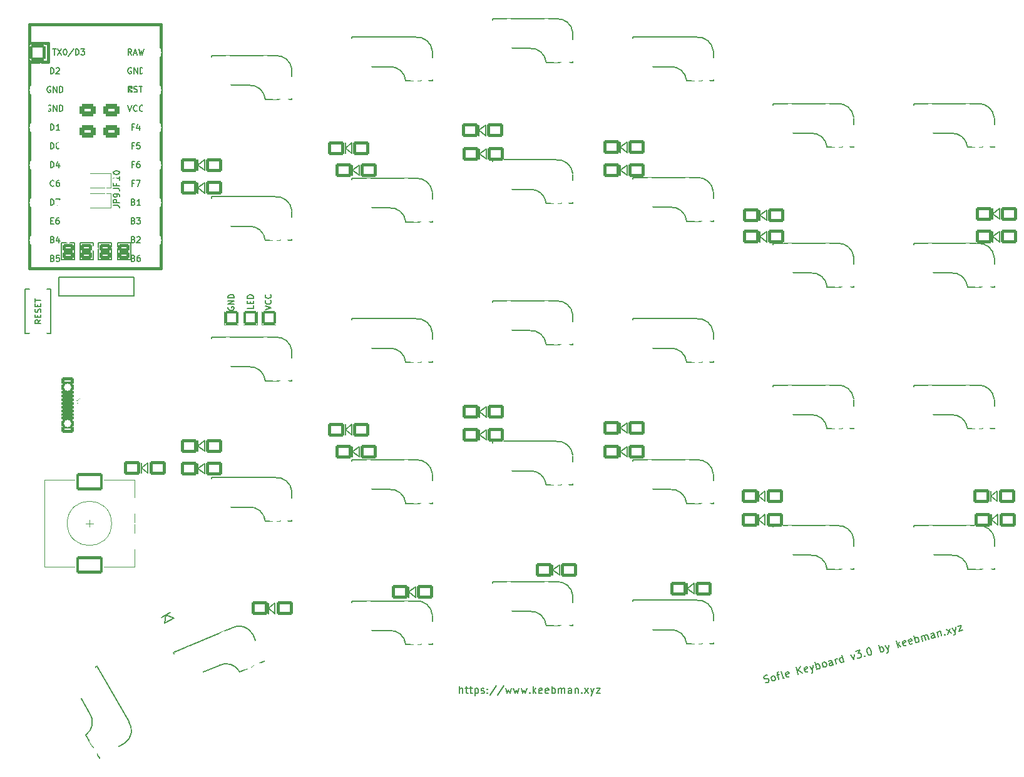
<source format=gto>
G04 #@! TF.GenerationSoftware,KiCad,Pcbnew,9.0.0*
G04 #@! TF.CreationDate,2025-03-10T16:50:29+08:00*
G04 #@! TF.ProjectId,SofleKeyboard,536f666c-654b-4657-9962-6f6172642e6b,rev?*
G04 #@! TF.SameCoordinates,Original*
G04 #@! TF.FileFunction,Legend,Top*
G04 #@! TF.FilePolarity,Positive*
%FSLAX46Y46*%
G04 Gerber Fmt 4.6, Leading zero omitted, Abs format (unit mm)*
G04 Created by KiCad (PCBNEW 9.0.0) date 2025-03-10 16:50:29*
%MOMM*%
%LPD*%
G01*
G04 APERTURE LIST*
G04 Aperture macros list*
%AMRoundRect*
0 Rectangle with rounded corners*
0 $1 Rounding radius*
0 $2 $3 $4 $5 $6 $7 $8 $9 X,Y pos of 4 corners*
0 Add a 4 corners polygon primitive as box body*
4,1,4,$2,$3,$4,$5,$6,$7,$8,$9,$2,$3,0*
0 Add four circle primitives for the rounded corners*
1,1,$1+$1,$2,$3*
1,1,$1+$1,$4,$5*
1,1,$1+$1,$6,$7*
1,1,$1+$1,$8,$9*
0 Add four rect primitives between the rounded corners*
20,1,$1+$1,$2,$3,$4,$5,0*
20,1,$1+$1,$4,$5,$6,$7,0*
20,1,$1+$1,$6,$7,$8,$9,0*
20,1,$1+$1,$8,$9,$2,$3,0*%
%AMFreePoly0*
4,1,45,2.776539,1.434775,2.811894,1.420130,2.884485,1.368623,2.920130,1.311894,2.934775,1.276539,2.950000,1.200000,2.950000,-0.800000,2.934775,-0.876539,2.920130,-0.911894,2.868623,-0.984485,2.862166,-0.990013,2.854546,-0.996261,2.838675,-1.008013,2.238675,-1.408013,2.185689,-1.433022,2.157954,-1.441419,2.100000,-1.450000,0.300000,-1.450000,0.223461,-1.434775,0.188106,-1.420130,
0.115515,-1.368623,0.079870,-1.311894,0.065225,-1.276539,0.050000,-1.200000,0.050000,-0.950000,-0.350000,-0.950000,-0.436777,-0.930194,-0.506366,-0.874698,-0.544986,-0.794504,-0.550000,-0.750000,-0.550000,0.750000,-0.530194,0.836777,-0.474698,0.906366,-0.394504,0.944986,-0.350000,0.950000,0.050000,0.950000,0.050000,1.200000,0.065225,1.276539,0.079870,1.311894,0.131377,1.384485,
0.188106,1.420130,0.223461,1.434775,0.300000,1.450000,2.700000,1.450000,2.776539,1.434775,2.776539,1.434775,$1*%
%AMFreePoly1*
4,1,41,-0.323461,1.434775,-0.288106,1.420130,-0.215515,1.368623,-0.179870,1.311894,-0.165225,1.276539,-0.150000,1.200000,-0.150000,0.950000,0.350000,0.950000,0.436777,0.930194,0.506366,0.874698,0.544986,0.794504,0.550000,0.750000,0.550000,-0.750000,0.530194,-0.836777,0.474698,-0.906366,0.394504,-0.944986,0.350000,-0.950000,-0.150000,-0.950000,-0.150000,-1.200000,-0.165225,-1.276539,
-0.179870,-1.311894,-0.231377,-1.384485,-0.288106,-1.420130,-0.323461,-1.434775,-0.400000,-1.450000,-2.800000,-1.450000,-2.876539,-1.434775,-2.911894,-1.420130,-2.984485,-1.368623,-3.020130,-1.311894,-3.034775,-1.276539,-3.050000,-1.200000,-3.050000,1.200000,-3.034775,1.276539,-3.020130,1.311894,-2.968623,1.384485,-2.911894,1.420130,-2.876539,1.434775,-2.800000,1.450000,-0.400000,1.450000,
-0.323461,1.434775,-0.323461,1.434775,$1*%
%AMFreePoly2*
4,1,23,0.586777,0.930194,0.656366,0.874698,0.666410,0.860940,1.166410,0.110940,1.198065,0.027751,1.190491,-0.060935,1.166410,-0.110940,0.666410,-0.860940,0.601795,-0.922156,0.517019,-0.949275,0.500000,-0.950000,-0.500000,-0.950000,-0.586777,-0.930194,-0.656366,-0.874698,-0.694986,-0.794504,-0.700000,-0.750000,-0.700000,0.750000,-0.680194,0.836777,-0.624698,0.906366,-0.544504,0.944986,
-0.500000,0.950000,0.500000,0.950000,0.586777,0.930194,0.586777,0.930194,$1*%
%AMFreePoly3*
4,1,24,0.586777,0.930194,0.656366,0.874698,0.694986,0.794504,0.700000,0.750000,0.700000,-0.750000,0.680194,-0.836777,0.624698,-0.906366,0.544504,-0.944986,0.500000,-0.950000,-0.650000,-0.950000,-0.736777,-0.930194,-0.806366,-0.874698,-0.844986,-0.794504,-0.844986,-0.705496,-0.816410,-0.639060,-0.390370,0.000000,-0.816410,0.639060,-0.848065,0.722249,-0.840491,0.810935,-0.795188,0.887551,
-0.721129,0.936924,-0.650000,0.950000,0.500000,0.950000,0.586777,0.930194,0.586777,0.930194,$1*%
G04 Aperture macros list end*
%ADD10C,0.150000*%
%ADD11C,0.100000*%
%ADD12C,0.381000*%
%ADD13C,0.120000*%
%ADD14R,1.752600X1.752600*%
%ADD15C,1.752600*%
%ADD16C,1.397000*%
%ADD17C,5.100000*%
%ADD18RoundRect,0.200000X-0.876300X0.876300X-0.876300X-0.876300X0.876300X-0.876300X0.876300X0.876300X0*%
%ADD19C,2.152600*%
%ADD20RoundRect,0.200000X0.571500X-0.317500X0.571500X0.317500X-0.571500X0.317500X-0.571500X-0.317500X0*%
%ADD21RoundRect,0.200000X-0.900000X-0.750000X0.900000X-0.750000X0.900000X0.750000X-0.900000X0.750000X0*%
%ADD22RoundRect,0.200000X-1.099519X0.404423X-0.199519X-1.154423X1.099519X-0.404423X0.199519X1.154423X0*%
%ADD23C,2.100000*%
%ADD24C,3.400000*%
%ADD25C,4.400000*%
%ADD26FreePoly0,0.000000*%
%ADD27FreePoly1,0.000000*%
%ADD28FreePoly0,300.000000*%
%ADD29FreePoly1,300.000000*%
%ADD30FreePoly0,23.000000*%
%ADD31FreePoly1,23.000000*%
%ADD32RoundRect,0.200000X-0.762000X-0.762000X0.762000X-0.762000X0.762000X0.762000X-0.762000X0.762000X0*%
%ADD33RoundRect,0.200000X-0.762000X0.762000X-0.762000X-0.762000X0.762000X-0.762000X0.762000X0.762000X0*%
%ADD34C,1.797000*%
%ADD35C,2.400000*%
%ADD36RoundRect,0.200000X-1.600000X-1.000000X1.600000X-1.000000X1.600000X1.000000X-1.600000X1.000000X0*%
%ADD37FreePoly2,180.000000*%
%ADD38FreePoly3,180.000000*%
%ADD39FreePoly2,0.000000*%
%ADD40FreePoly3,0.000000*%
%ADD41RoundRect,0.200000X-0.650000X0.300000X-0.650000X-0.300000X0.650000X-0.300000X0.650000X0.300000X0*%
%ADD42RoundRect,0.200000X-0.650000X0.150000X-0.650000X-0.150000X0.650000X-0.150000X0.650000X0.150000X0*%
%ADD43O,2.300000X1.500000*%
%ADD44O,2.500000X1.500000*%
%ADD45RoundRect,0.330000X-0.745000X0.495000X-0.745000X-0.495000X0.745000X-0.495000X0.745000X0.495000X0*%
%ADD46C,0.800000*%
%ADD47C,1.000000*%
G04 APERTURE END LIST*
D10*
X190619412Y-128063330D02*
X190769726Y-128072353D01*
X190769726Y-128072353D02*
X190999708Y-128010729D01*
X190999708Y-128010729D02*
X191079376Y-127940083D01*
X191079376Y-127940083D02*
X191113048Y-127881762D01*
X191113048Y-127881762D02*
X191134395Y-127777444D01*
X191134395Y-127777444D02*
X191109746Y-127685451D01*
X191109746Y-127685451D02*
X191039100Y-127605783D01*
X191039100Y-127605783D02*
X190980779Y-127572111D01*
X190980779Y-127572111D02*
X190876461Y-127550764D01*
X190876461Y-127550764D02*
X190680150Y-127554067D01*
X190680150Y-127554067D02*
X190575833Y-127532720D01*
X190575833Y-127532720D02*
X190517512Y-127499048D01*
X190517512Y-127499048D02*
X190446866Y-127419380D01*
X190446866Y-127419380D02*
X190422216Y-127327387D01*
X190422216Y-127327387D02*
X190443563Y-127223069D01*
X190443563Y-127223069D02*
X190477235Y-127164748D01*
X190477235Y-127164748D02*
X190556903Y-127094102D01*
X190556903Y-127094102D02*
X190786886Y-127032478D01*
X190786886Y-127032478D02*
X190937200Y-127041501D01*
X191735652Y-127813534D02*
X191631334Y-127792187D01*
X191631334Y-127792187D02*
X191573013Y-127758515D01*
X191573013Y-127758515D02*
X191502367Y-127678847D01*
X191502367Y-127678847D02*
X191428419Y-127402868D01*
X191428419Y-127402868D02*
X191449766Y-127298550D01*
X191449766Y-127298550D02*
X191483437Y-127240229D01*
X191483437Y-127240229D02*
X191563106Y-127169583D01*
X191563106Y-127169583D02*
X191701095Y-127132609D01*
X191701095Y-127132609D02*
X191805413Y-127153956D01*
X191805413Y-127153956D02*
X191863734Y-127187628D01*
X191863734Y-127187628D02*
X191934380Y-127267296D01*
X191934380Y-127267296D02*
X192008328Y-127543275D01*
X192008328Y-127543275D02*
X191986981Y-127647592D01*
X191986981Y-127647592D02*
X191953309Y-127705914D01*
X191953309Y-127705914D02*
X191873641Y-127776559D01*
X191873641Y-127776559D02*
X191735652Y-127813534D01*
X192161060Y-127009362D02*
X192529032Y-126910764D01*
X192471595Y-127616338D02*
X192249750Y-126788402D01*
X192249750Y-126788402D02*
X192271097Y-126684084D01*
X192271097Y-126684084D02*
X192350766Y-126613438D01*
X192350766Y-126613438D02*
X192442759Y-126588789D01*
X193161543Y-127431467D02*
X193057225Y-127410120D01*
X193057225Y-127410120D02*
X192986579Y-127330452D01*
X192986579Y-127330452D02*
X192764734Y-126502516D01*
X193885162Y-127188275D02*
X193805494Y-127258921D01*
X193805494Y-127258921D02*
X193621508Y-127308220D01*
X193621508Y-127308220D02*
X193517190Y-127286873D01*
X193517190Y-127286873D02*
X193446544Y-127207205D01*
X193446544Y-127207205D02*
X193347947Y-126839233D01*
X193347947Y-126839233D02*
X193369294Y-126734915D01*
X193369294Y-126734915D02*
X193448962Y-126664269D01*
X193448962Y-126664269D02*
X193632948Y-126614971D01*
X193632948Y-126614971D02*
X193737265Y-126636318D01*
X193737265Y-126636318D02*
X193807911Y-126715986D01*
X193807911Y-126715986D02*
X193832561Y-126807979D01*
X193832561Y-126807979D02*
X193397245Y-127023219D01*
X195093395Y-126913829D02*
X194834576Y-125947903D01*
X195645353Y-126765932D02*
X195083488Y-126324897D01*
X195386534Y-125800006D02*
X194982473Y-126499861D01*
X196414968Y-126510416D02*
X196335300Y-126581062D01*
X196335300Y-126581062D02*
X196151314Y-126630360D01*
X196151314Y-126630360D02*
X196046996Y-126609013D01*
X196046996Y-126609013D02*
X195976350Y-126529345D01*
X195976350Y-126529345D02*
X195877753Y-126161373D01*
X195877753Y-126161373D02*
X195899100Y-126057056D01*
X195899100Y-126057056D02*
X195978768Y-125986410D01*
X195978768Y-125986410D02*
X196162754Y-125937111D01*
X196162754Y-125937111D02*
X196267071Y-125958458D01*
X196267071Y-125958458D02*
X196337717Y-126038126D01*
X196337717Y-126038126D02*
X196362367Y-126130119D01*
X196362367Y-126130119D02*
X195927052Y-126345359D01*
X196622719Y-125813864D02*
X197025247Y-126396191D01*
X197082683Y-125690617D02*
X197025247Y-126396191D01*
X197025247Y-126396191D02*
X196994878Y-126650823D01*
X196994878Y-126650823D02*
X196961206Y-126709144D01*
X196961206Y-126709144D02*
X196881538Y-126779790D01*
X197623201Y-126235969D02*
X197364382Y-125270044D01*
X197462980Y-125638015D02*
X197542648Y-125567369D01*
X197542648Y-125567369D02*
X197726634Y-125518071D01*
X197726634Y-125518071D02*
X197830952Y-125539418D01*
X197830952Y-125539418D02*
X197889273Y-125573089D01*
X197889273Y-125573089D02*
X197959919Y-125652758D01*
X197959919Y-125652758D02*
X198033867Y-125928736D01*
X198033867Y-125928736D02*
X198012520Y-126033054D01*
X198012520Y-126033054D02*
X197978848Y-126091375D01*
X197978848Y-126091375D02*
X197899180Y-126162021D01*
X197899180Y-126162021D02*
X197715194Y-126211320D01*
X197715194Y-126211320D02*
X197610877Y-126189973D01*
X198635124Y-125964826D02*
X198530806Y-125943479D01*
X198530806Y-125943479D02*
X198472485Y-125909807D01*
X198472485Y-125909807D02*
X198401839Y-125830139D01*
X198401839Y-125830139D02*
X198327891Y-125554160D01*
X198327891Y-125554160D02*
X198349238Y-125449842D01*
X198349238Y-125449842D02*
X198382909Y-125391521D01*
X198382909Y-125391521D02*
X198462578Y-125320875D01*
X198462578Y-125320875D02*
X198600567Y-125283901D01*
X198600567Y-125283901D02*
X198704885Y-125305248D01*
X198704885Y-125305248D02*
X198763206Y-125338920D01*
X198763206Y-125338920D02*
X198833852Y-125418588D01*
X198833852Y-125418588D02*
X198907800Y-125694567D01*
X198907800Y-125694567D02*
X198886453Y-125798884D01*
X198886453Y-125798884D02*
X198852781Y-125857206D01*
X198852781Y-125857206D02*
X198773113Y-125927851D01*
X198773113Y-125927851D02*
X198635124Y-125964826D01*
X199785035Y-125656708D02*
X199649464Y-125150747D01*
X199649464Y-125150747D02*
X199578818Y-125071078D01*
X199578818Y-125071078D02*
X199474500Y-125049731D01*
X199474500Y-125049731D02*
X199290514Y-125099030D01*
X199290514Y-125099030D02*
X199210846Y-125169676D01*
X199772711Y-125610711D02*
X199693043Y-125681357D01*
X199693043Y-125681357D02*
X199463060Y-125742981D01*
X199463060Y-125742981D02*
X199358743Y-125721634D01*
X199358743Y-125721634D02*
X199288097Y-125641965D01*
X199288097Y-125641965D02*
X199263447Y-125549973D01*
X199263447Y-125549973D02*
X199284794Y-125445655D01*
X199284794Y-125445655D02*
X199364462Y-125375009D01*
X199364462Y-125375009D02*
X199594445Y-125313385D01*
X199594445Y-125313385D02*
X199674113Y-125242739D01*
X200245000Y-125533460D02*
X200072454Y-124889510D01*
X200121753Y-125073496D02*
X200143100Y-124969178D01*
X200143100Y-124969178D02*
X200176772Y-124910857D01*
X200176772Y-124910857D02*
X200256440Y-124840211D01*
X200256440Y-124840211D02*
X200348433Y-124815562D01*
X201256923Y-125262317D02*
X200998104Y-124296391D01*
X201244598Y-125216320D02*
X201164930Y-125286966D01*
X201164930Y-125286966D02*
X200980944Y-125336265D01*
X200980944Y-125336265D02*
X200876626Y-125314918D01*
X200876626Y-125314918D02*
X200818305Y-125281246D01*
X200818305Y-125281246D02*
X200747659Y-125201578D01*
X200747659Y-125201578D02*
X200673711Y-124925599D01*
X200673711Y-124925599D02*
X200695058Y-124821281D01*
X200695058Y-124821281D02*
X200728730Y-124762960D01*
X200728730Y-124762960D02*
X200808398Y-124692314D01*
X200808398Y-124692314D02*
X200992384Y-124643016D01*
X200992384Y-124643016D02*
X201096702Y-124664363D01*
X202188292Y-124322573D02*
X202590821Y-124904900D01*
X202590821Y-124904900D02*
X202648257Y-124199326D01*
X202837963Y-123803402D02*
X203435917Y-123643181D01*
X203435917Y-123643181D02*
X203212540Y-124097425D01*
X203212540Y-124097425D02*
X203350529Y-124060451D01*
X203350529Y-124060451D02*
X203454847Y-124081798D01*
X203454847Y-124081798D02*
X203513168Y-124115470D01*
X203513168Y-124115470D02*
X203583814Y-124195138D01*
X203583814Y-124195138D02*
X203645437Y-124425121D01*
X203645437Y-124425121D02*
X203624090Y-124529438D01*
X203624090Y-124529438D02*
X203590419Y-124587759D01*
X203590419Y-124587759D02*
X203510750Y-124658405D01*
X203510750Y-124658405D02*
X203234772Y-124732354D01*
X203234772Y-124732354D02*
X203130454Y-124711007D01*
X203130454Y-124711007D02*
X203072133Y-124677335D01*
X204084055Y-124406191D02*
X204142376Y-124439863D01*
X204142376Y-124439863D02*
X204108704Y-124498184D01*
X204108704Y-124498184D02*
X204050383Y-124464512D01*
X204050383Y-124464512D02*
X204084055Y-124406191D01*
X204084055Y-124406191D02*
X204108704Y-124498184D01*
X204493836Y-123359712D02*
X204585828Y-123335063D01*
X204585828Y-123335063D02*
X204690146Y-123356410D01*
X204690146Y-123356410D02*
X204748467Y-123390082D01*
X204748467Y-123390082D02*
X204819113Y-123469750D01*
X204819113Y-123469750D02*
X204914409Y-123641411D01*
X204914409Y-123641411D02*
X204976032Y-123871393D01*
X204976032Y-123871393D02*
X204979335Y-124067704D01*
X204979335Y-124067704D02*
X204957987Y-124172022D01*
X204957987Y-124172022D02*
X204924316Y-124230343D01*
X204924316Y-124230343D02*
X204844648Y-124300989D01*
X204844648Y-124300989D02*
X204752655Y-124325638D01*
X204752655Y-124325638D02*
X204648337Y-124304291D01*
X204648337Y-124304291D02*
X204590016Y-124270619D01*
X204590016Y-124270619D02*
X204519370Y-124190951D01*
X204519370Y-124190951D02*
X204424075Y-124019290D01*
X204424075Y-124019290D02*
X204362451Y-123789308D01*
X204362451Y-123789308D02*
X204359149Y-123592997D01*
X204359149Y-123592997D02*
X204380496Y-123488679D01*
X204380496Y-123488679D02*
X204414167Y-123430358D01*
X204414167Y-123430358D02*
X204493836Y-123359712D01*
X206224542Y-123931247D02*
X205965723Y-122965321D01*
X206064321Y-123333293D02*
X206143989Y-123262647D01*
X206143989Y-123262647D02*
X206327975Y-123213348D01*
X206327975Y-123213348D02*
X206432292Y-123234695D01*
X206432292Y-123234695D02*
X206490613Y-123268367D01*
X206490613Y-123268367D02*
X206561259Y-123348035D01*
X206561259Y-123348035D02*
X206635208Y-123624014D01*
X206635208Y-123624014D02*
X206613861Y-123728332D01*
X206613861Y-123728332D02*
X206580189Y-123786653D01*
X206580189Y-123786653D02*
X206500521Y-123857299D01*
X206500521Y-123857299D02*
X206316535Y-123906598D01*
X206316535Y-123906598D02*
X206212217Y-123885251D01*
X206833936Y-123077776D02*
X207236464Y-123660103D01*
X207293901Y-122954529D02*
X207236464Y-123660103D01*
X207236464Y-123660103D02*
X207206095Y-123914735D01*
X207206095Y-123914735D02*
X207172423Y-123973056D01*
X207172423Y-123973056D02*
X207092755Y-124043702D01*
X208570362Y-123302686D02*
X208311543Y-122336761D01*
X208563757Y-122910065D02*
X208938334Y-123204089D01*
X208765788Y-122560138D02*
X208496414Y-123026708D01*
X209707949Y-122948572D02*
X209628281Y-123019218D01*
X209628281Y-123019218D02*
X209444295Y-123068517D01*
X209444295Y-123068517D02*
X209339978Y-123047170D01*
X209339978Y-123047170D02*
X209269332Y-122967502D01*
X209269332Y-122967502D02*
X209170734Y-122599530D01*
X209170734Y-122599530D02*
X209192081Y-122495212D01*
X209192081Y-122495212D02*
X209271749Y-122424566D01*
X209271749Y-122424566D02*
X209455735Y-122375267D01*
X209455735Y-122375267D02*
X209560053Y-122396614D01*
X209560053Y-122396614D02*
X209630699Y-122476283D01*
X209630699Y-122476283D02*
X209655348Y-122568276D01*
X209655348Y-122568276D02*
X209220033Y-122783516D01*
X210535886Y-122726727D02*
X210456218Y-122797373D01*
X210456218Y-122797373D02*
X210272232Y-122846672D01*
X210272232Y-122846672D02*
X210167914Y-122825325D01*
X210167914Y-122825325D02*
X210097268Y-122745657D01*
X210097268Y-122745657D02*
X209998671Y-122377685D01*
X209998671Y-122377685D02*
X210020018Y-122273367D01*
X210020018Y-122273367D02*
X210099686Y-122202721D01*
X210099686Y-122202721D02*
X210283672Y-122153422D01*
X210283672Y-122153422D02*
X210387989Y-122174769D01*
X210387989Y-122174769D02*
X210458635Y-122254438D01*
X210458635Y-122254438D02*
X210483285Y-122346431D01*
X210483285Y-122346431D02*
X210047969Y-122561671D01*
X211008176Y-122649476D02*
X210749356Y-121683551D01*
X210847954Y-122051522D02*
X210927622Y-121980876D01*
X210927622Y-121980876D02*
X211111608Y-121931578D01*
X211111608Y-121931578D02*
X211215926Y-121952925D01*
X211215926Y-121952925D02*
X211274247Y-121986596D01*
X211274247Y-121986596D02*
X211344893Y-122066265D01*
X211344893Y-122066265D02*
X211418841Y-122342243D01*
X211418841Y-122342243D02*
X211397494Y-122446561D01*
X211397494Y-122446561D02*
X211363823Y-122504882D01*
X211363823Y-122504882D02*
X211284154Y-122575528D01*
X211284154Y-122575528D02*
X211100168Y-122624827D01*
X211100168Y-122624827D02*
X210995851Y-122603480D01*
X211882108Y-122415307D02*
X211709562Y-121771356D01*
X211734212Y-121863349D02*
X211767884Y-121805028D01*
X211767884Y-121805028D02*
X211847552Y-121734382D01*
X211847552Y-121734382D02*
X211985541Y-121697408D01*
X211985541Y-121697408D02*
X212089859Y-121718755D01*
X212089859Y-121718755D02*
X212160505Y-121798423D01*
X212160505Y-121798423D02*
X212296077Y-122304384D01*
X212160505Y-121798423D02*
X212181852Y-121694105D01*
X212181852Y-121694105D02*
X212261520Y-121623460D01*
X212261520Y-121623460D02*
X212399509Y-121586485D01*
X212399509Y-121586485D02*
X212503827Y-121607832D01*
X212503827Y-121607832D02*
X212574473Y-121687501D01*
X212574473Y-121687501D02*
X212710045Y-122193462D01*
X213583977Y-121959292D02*
X213448406Y-121453331D01*
X213448406Y-121453331D02*
X213377760Y-121373663D01*
X213377760Y-121373663D02*
X213273442Y-121352316D01*
X213273442Y-121352316D02*
X213089456Y-121401615D01*
X213089456Y-121401615D02*
X213009788Y-121472261D01*
X213571653Y-121913296D02*
X213491985Y-121983942D01*
X213491985Y-121983942D02*
X213262002Y-122045565D01*
X213262002Y-122045565D02*
X213157685Y-122024218D01*
X213157685Y-122024218D02*
X213087039Y-121944550D01*
X213087039Y-121944550D02*
X213062389Y-121852557D01*
X213062389Y-121852557D02*
X213083736Y-121748239D01*
X213083736Y-121748239D02*
X213163404Y-121677594D01*
X213163404Y-121677594D02*
X213393387Y-121615970D01*
X213393387Y-121615970D02*
X213473055Y-121545324D01*
X213871396Y-121192095D02*
X214043942Y-121836045D01*
X213896046Y-121284088D02*
X213929717Y-121225766D01*
X213929717Y-121225766D02*
X214009386Y-121155120D01*
X214009386Y-121155120D02*
X214147375Y-121118146D01*
X214147375Y-121118146D02*
X214251693Y-121139493D01*
X214251693Y-121139493D02*
X214322339Y-121219162D01*
X214322339Y-121219162D02*
X214457910Y-121725123D01*
X214893226Y-121509883D02*
X214951547Y-121543554D01*
X214951547Y-121543554D02*
X214917875Y-121601875D01*
X214917875Y-121601875D02*
X214859554Y-121568204D01*
X214859554Y-121568204D02*
X214893226Y-121509883D01*
X214893226Y-121509883D02*
X214917875Y-121601875D01*
X215285847Y-121503278D02*
X215619262Y-120723755D01*
X215113300Y-120859327D02*
X215791808Y-121367706D01*
X215895241Y-120649807D02*
X216297769Y-121232134D01*
X216355205Y-120526560D02*
X216297769Y-121232134D01*
X216297769Y-121232134D02*
X216267400Y-121486766D01*
X216267400Y-121486766D02*
X216233728Y-121545087D01*
X216233728Y-121545087D02*
X216154060Y-121615733D01*
X216631184Y-120452612D02*
X217137145Y-120317040D01*
X217137145Y-120317040D02*
X216803730Y-121096562D01*
X216803730Y-121096562D02*
X217309692Y-120960990D01*
X149277619Y-129506819D02*
X149277619Y-128506819D01*
X149706190Y-129506819D02*
X149706190Y-128983009D01*
X149706190Y-128983009D02*
X149658571Y-128887771D01*
X149658571Y-128887771D02*
X149563333Y-128840152D01*
X149563333Y-128840152D02*
X149420476Y-128840152D01*
X149420476Y-128840152D02*
X149325238Y-128887771D01*
X149325238Y-128887771D02*
X149277619Y-128935390D01*
X150039524Y-128840152D02*
X150420476Y-128840152D01*
X150182381Y-128506819D02*
X150182381Y-129363961D01*
X150182381Y-129363961D02*
X150230000Y-129459200D01*
X150230000Y-129459200D02*
X150325238Y-129506819D01*
X150325238Y-129506819D02*
X150420476Y-129506819D01*
X150610953Y-128840152D02*
X150991905Y-128840152D01*
X150753810Y-128506819D02*
X150753810Y-129363961D01*
X150753810Y-129363961D02*
X150801429Y-129459200D01*
X150801429Y-129459200D02*
X150896667Y-129506819D01*
X150896667Y-129506819D02*
X150991905Y-129506819D01*
X151325239Y-128840152D02*
X151325239Y-129840152D01*
X151325239Y-128887771D02*
X151420477Y-128840152D01*
X151420477Y-128840152D02*
X151610953Y-128840152D01*
X151610953Y-128840152D02*
X151706191Y-128887771D01*
X151706191Y-128887771D02*
X151753810Y-128935390D01*
X151753810Y-128935390D02*
X151801429Y-129030628D01*
X151801429Y-129030628D02*
X151801429Y-129316342D01*
X151801429Y-129316342D02*
X151753810Y-129411580D01*
X151753810Y-129411580D02*
X151706191Y-129459200D01*
X151706191Y-129459200D02*
X151610953Y-129506819D01*
X151610953Y-129506819D02*
X151420477Y-129506819D01*
X151420477Y-129506819D02*
X151325239Y-129459200D01*
X152182382Y-129459200D02*
X152277620Y-129506819D01*
X152277620Y-129506819D02*
X152468096Y-129506819D01*
X152468096Y-129506819D02*
X152563334Y-129459200D01*
X152563334Y-129459200D02*
X152610953Y-129363961D01*
X152610953Y-129363961D02*
X152610953Y-129316342D01*
X152610953Y-129316342D02*
X152563334Y-129221104D01*
X152563334Y-129221104D02*
X152468096Y-129173485D01*
X152468096Y-129173485D02*
X152325239Y-129173485D01*
X152325239Y-129173485D02*
X152230001Y-129125866D01*
X152230001Y-129125866D02*
X152182382Y-129030628D01*
X152182382Y-129030628D02*
X152182382Y-128983009D01*
X152182382Y-128983009D02*
X152230001Y-128887771D01*
X152230001Y-128887771D02*
X152325239Y-128840152D01*
X152325239Y-128840152D02*
X152468096Y-128840152D01*
X152468096Y-128840152D02*
X152563334Y-128887771D01*
X153039525Y-129411580D02*
X153087144Y-129459200D01*
X153087144Y-129459200D02*
X153039525Y-129506819D01*
X153039525Y-129506819D02*
X152991906Y-129459200D01*
X152991906Y-129459200D02*
X153039525Y-129411580D01*
X153039525Y-129411580D02*
X153039525Y-129506819D01*
X153039525Y-128887771D02*
X153087144Y-128935390D01*
X153087144Y-128935390D02*
X153039525Y-128983009D01*
X153039525Y-128983009D02*
X152991906Y-128935390D01*
X152991906Y-128935390D02*
X153039525Y-128887771D01*
X153039525Y-128887771D02*
X153039525Y-128983009D01*
X154230000Y-128459200D02*
X153372858Y-129744914D01*
X155277619Y-128459200D02*
X154420477Y-129744914D01*
X155515715Y-128840152D02*
X155706191Y-129506819D01*
X155706191Y-129506819D02*
X155896667Y-129030628D01*
X155896667Y-129030628D02*
X156087143Y-129506819D01*
X156087143Y-129506819D02*
X156277619Y-128840152D01*
X156563334Y-128840152D02*
X156753810Y-129506819D01*
X156753810Y-129506819D02*
X156944286Y-129030628D01*
X156944286Y-129030628D02*
X157134762Y-129506819D01*
X157134762Y-129506819D02*
X157325238Y-128840152D01*
X157610953Y-128840152D02*
X157801429Y-129506819D01*
X157801429Y-129506819D02*
X157991905Y-129030628D01*
X157991905Y-129030628D02*
X158182381Y-129506819D01*
X158182381Y-129506819D02*
X158372857Y-128840152D01*
X158753810Y-129411580D02*
X158801429Y-129459200D01*
X158801429Y-129459200D02*
X158753810Y-129506819D01*
X158753810Y-129506819D02*
X158706191Y-129459200D01*
X158706191Y-129459200D02*
X158753810Y-129411580D01*
X158753810Y-129411580D02*
X158753810Y-129506819D01*
X159230000Y-129506819D02*
X159230000Y-128506819D01*
X159325238Y-129125866D02*
X159610952Y-129506819D01*
X159610952Y-128840152D02*
X159230000Y-129221104D01*
X160420476Y-129459200D02*
X160325238Y-129506819D01*
X160325238Y-129506819D02*
X160134762Y-129506819D01*
X160134762Y-129506819D02*
X160039524Y-129459200D01*
X160039524Y-129459200D02*
X159991905Y-129363961D01*
X159991905Y-129363961D02*
X159991905Y-128983009D01*
X159991905Y-128983009D02*
X160039524Y-128887771D01*
X160039524Y-128887771D02*
X160134762Y-128840152D01*
X160134762Y-128840152D02*
X160325238Y-128840152D01*
X160325238Y-128840152D02*
X160420476Y-128887771D01*
X160420476Y-128887771D02*
X160468095Y-128983009D01*
X160468095Y-128983009D02*
X160468095Y-129078247D01*
X160468095Y-129078247D02*
X159991905Y-129173485D01*
X161277619Y-129459200D02*
X161182381Y-129506819D01*
X161182381Y-129506819D02*
X160991905Y-129506819D01*
X160991905Y-129506819D02*
X160896667Y-129459200D01*
X160896667Y-129459200D02*
X160849048Y-129363961D01*
X160849048Y-129363961D02*
X160849048Y-128983009D01*
X160849048Y-128983009D02*
X160896667Y-128887771D01*
X160896667Y-128887771D02*
X160991905Y-128840152D01*
X160991905Y-128840152D02*
X161182381Y-128840152D01*
X161182381Y-128840152D02*
X161277619Y-128887771D01*
X161277619Y-128887771D02*
X161325238Y-128983009D01*
X161325238Y-128983009D02*
X161325238Y-129078247D01*
X161325238Y-129078247D02*
X160849048Y-129173485D01*
X161753810Y-129506819D02*
X161753810Y-128506819D01*
X161753810Y-128887771D02*
X161849048Y-128840152D01*
X161849048Y-128840152D02*
X162039524Y-128840152D01*
X162039524Y-128840152D02*
X162134762Y-128887771D01*
X162134762Y-128887771D02*
X162182381Y-128935390D01*
X162182381Y-128935390D02*
X162230000Y-129030628D01*
X162230000Y-129030628D02*
X162230000Y-129316342D01*
X162230000Y-129316342D02*
X162182381Y-129411580D01*
X162182381Y-129411580D02*
X162134762Y-129459200D01*
X162134762Y-129459200D02*
X162039524Y-129506819D01*
X162039524Y-129506819D02*
X161849048Y-129506819D01*
X161849048Y-129506819D02*
X161753810Y-129459200D01*
X162658572Y-129506819D02*
X162658572Y-128840152D01*
X162658572Y-128935390D02*
X162706191Y-128887771D01*
X162706191Y-128887771D02*
X162801429Y-128840152D01*
X162801429Y-128840152D02*
X162944286Y-128840152D01*
X162944286Y-128840152D02*
X163039524Y-128887771D01*
X163039524Y-128887771D02*
X163087143Y-128983009D01*
X163087143Y-128983009D02*
X163087143Y-129506819D01*
X163087143Y-128983009D02*
X163134762Y-128887771D01*
X163134762Y-128887771D02*
X163230000Y-128840152D01*
X163230000Y-128840152D02*
X163372857Y-128840152D01*
X163372857Y-128840152D02*
X163468096Y-128887771D01*
X163468096Y-128887771D02*
X163515715Y-128983009D01*
X163515715Y-128983009D02*
X163515715Y-129506819D01*
X164420476Y-129506819D02*
X164420476Y-128983009D01*
X164420476Y-128983009D02*
X164372857Y-128887771D01*
X164372857Y-128887771D02*
X164277619Y-128840152D01*
X164277619Y-128840152D02*
X164087143Y-128840152D01*
X164087143Y-128840152D02*
X163991905Y-128887771D01*
X164420476Y-129459200D02*
X164325238Y-129506819D01*
X164325238Y-129506819D02*
X164087143Y-129506819D01*
X164087143Y-129506819D02*
X163991905Y-129459200D01*
X163991905Y-129459200D02*
X163944286Y-129363961D01*
X163944286Y-129363961D02*
X163944286Y-129268723D01*
X163944286Y-129268723D02*
X163991905Y-129173485D01*
X163991905Y-129173485D02*
X164087143Y-129125866D01*
X164087143Y-129125866D02*
X164325238Y-129125866D01*
X164325238Y-129125866D02*
X164420476Y-129078247D01*
X164896667Y-128840152D02*
X164896667Y-129506819D01*
X164896667Y-128935390D02*
X164944286Y-128887771D01*
X164944286Y-128887771D02*
X165039524Y-128840152D01*
X165039524Y-128840152D02*
X165182381Y-128840152D01*
X165182381Y-128840152D02*
X165277619Y-128887771D01*
X165277619Y-128887771D02*
X165325238Y-128983009D01*
X165325238Y-128983009D02*
X165325238Y-129506819D01*
X165801429Y-129411580D02*
X165849048Y-129459200D01*
X165849048Y-129459200D02*
X165801429Y-129506819D01*
X165801429Y-129506819D02*
X165753810Y-129459200D01*
X165753810Y-129459200D02*
X165801429Y-129411580D01*
X165801429Y-129411580D02*
X165801429Y-129506819D01*
X166182381Y-129506819D02*
X166706190Y-128840152D01*
X166182381Y-128840152D02*
X166706190Y-129506819D01*
X166991905Y-128840152D02*
X167230000Y-129506819D01*
X167468095Y-128840152D02*
X167230000Y-129506819D01*
X167230000Y-129506819D02*
X167134762Y-129744914D01*
X167134762Y-129744914D02*
X167087143Y-129792533D01*
X167087143Y-129792533D02*
X166991905Y-129840152D01*
X167753810Y-128840152D02*
X168277619Y-128840152D01*
X168277619Y-128840152D02*
X167753810Y-129506819D01*
X167753810Y-129506819D02*
X168277619Y-129506819D01*
X105137190Y-63003247D02*
X105251476Y-63041342D01*
X105251476Y-63041342D02*
X105289571Y-63079438D01*
X105289571Y-63079438D02*
X105327667Y-63155628D01*
X105327667Y-63155628D02*
X105327667Y-63269914D01*
X105327667Y-63269914D02*
X105289571Y-63346104D01*
X105289571Y-63346104D02*
X105251476Y-63384200D01*
X105251476Y-63384200D02*
X105175286Y-63422295D01*
X105175286Y-63422295D02*
X104870524Y-63422295D01*
X104870524Y-63422295D02*
X104870524Y-62622295D01*
X104870524Y-62622295D02*
X105137190Y-62622295D01*
X105137190Y-62622295D02*
X105213381Y-62660390D01*
X105213381Y-62660390D02*
X105251476Y-62698485D01*
X105251476Y-62698485D02*
X105289571Y-62774676D01*
X105289571Y-62774676D02*
X105289571Y-62850866D01*
X105289571Y-62850866D02*
X105251476Y-62927057D01*
X105251476Y-62927057D02*
X105213381Y-62965152D01*
X105213381Y-62965152D02*
X105137190Y-63003247D01*
X105137190Y-63003247D02*
X104870524Y-63003247D01*
X106089571Y-63422295D02*
X105632428Y-63422295D01*
X105861000Y-63422295D02*
X105861000Y-62622295D01*
X105861000Y-62622295D02*
X105784809Y-62736580D01*
X105784809Y-62736580D02*
X105708619Y-62812771D01*
X105708619Y-62812771D02*
X105632428Y-62850866D01*
X105194333Y-57923247D02*
X104927667Y-57923247D01*
X104927667Y-58342295D02*
X104927667Y-57542295D01*
X104927667Y-57542295D02*
X105308619Y-57542295D01*
X105956238Y-57542295D02*
X105803857Y-57542295D01*
X105803857Y-57542295D02*
X105727666Y-57580390D01*
X105727666Y-57580390D02*
X105689571Y-57618485D01*
X105689571Y-57618485D02*
X105613381Y-57732771D01*
X105613381Y-57732771D02*
X105575285Y-57885152D01*
X105575285Y-57885152D02*
X105575285Y-58189914D01*
X105575285Y-58189914D02*
X105613381Y-58266104D01*
X105613381Y-58266104D02*
X105651476Y-58304200D01*
X105651476Y-58304200D02*
X105727666Y-58342295D01*
X105727666Y-58342295D02*
X105880047Y-58342295D01*
X105880047Y-58342295D02*
X105956238Y-58304200D01*
X105956238Y-58304200D02*
X105994333Y-58266104D01*
X105994333Y-58266104D02*
X106032428Y-58189914D01*
X106032428Y-58189914D02*
X106032428Y-57999438D01*
X106032428Y-57999438D02*
X105994333Y-57923247D01*
X105994333Y-57923247D02*
X105956238Y-57885152D01*
X105956238Y-57885152D02*
X105880047Y-57847057D01*
X105880047Y-57847057D02*
X105727666Y-57847057D01*
X105727666Y-57847057D02*
X105651476Y-57885152D01*
X105651476Y-57885152D02*
X105613381Y-57923247D01*
X105613381Y-57923247D02*
X105575285Y-57999438D01*
X104908619Y-43102295D02*
X104641952Y-42721342D01*
X104451476Y-43102295D02*
X104451476Y-42302295D01*
X104451476Y-42302295D02*
X104756238Y-42302295D01*
X104756238Y-42302295D02*
X104832428Y-42340390D01*
X104832428Y-42340390D02*
X104870523Y-42378485D01*
X104870523Y-42378485D02*
X104908619Y-42454676D01*
X104908619Y-42454676D02*
X104908619Y-42568961D01*
X104908619Y-42568961D02*
X104870523Y-42645152D01*
X104870523Y-42645152D02*
X104832428Y-42683247D01*
X104832428Y-42683247D02*
X104756238Y-42721342D01*
X104756238Y-42721342D02*
X104451476Y-42721342D01*
X105213380Y-42873723D02*
X105594333Y-42873723D01*
X105137190Y-43102295D02*
X105403857Y-42302295D01*
X105403857Y-42302295D02*
X105670523Y-43102295D01*
X105860999Y-42302295D02*
X106051475Y-43102295D01*
X106051475Y-43102295D02*
X106203856Y-42530866D01*
X106203856Y-42530866D02*
X106356237Y-43102295D01*
X106356237Y-43102295D02*
X106546714Y-42302295D01*
X104851476Y-44880390D02*
X104775286Y-44842295D01*
X104775286Y-44842295D02*
X104661000Y-44842295D01*
X104661000Y-44842295D02*
X104546714Y-44880390D01*
X104546714Y-44880390D02*
X104470524Y-44956580D01*
X104470524Y-44956580D02*
X104432429Y-45032771D01*
X104432429Y-45032771D02*
X104394333Y-45185152D01*
X104394333Y-45185152D02*
X104394333Y-45299438D01*
X104394333Y-45299438D02*
X104432429Y-45451819D01*
X104432429Y-45451819D02*
X104470524Y-45528009D01*
X104470524Y-45528009D02*
X104546714Y-45604200D01*
X104546714Y-45604200D02*
X104661000Y-45642295D01*
X104661000Y-45642295D02*
X104737191Y-45642295D01*
X104737191Y-45642295D02*
X104851476Y-45604200D01*
X104851476Y-45604200D02*
X104889572Y-45566104D01*
X104889572Y-45566104D02*
X104889572Y-45299438D01*
X104889572Y-45299438D02*
X104737191Y-45299438D01*
X105232429Y-45642295D02*
X105232429Y-44842295D01*
X105232429Y-44842295D02*
X105689572Y-45642295D01*
X105689572Y-45642295D02*
X105689572Y-44842295D01*
X106070524Y-45642295D02*
X106070524Y-44842295D01*
X106070524Y-44842295D02*
X106261000Y-44842295D01*
X106261000Y-44842295D02*
X106375286Y-44880390D01*
X106375286Y-44880390D02*
X106451476Y-44956580D01*
X106451476Y-44956580D02*
X106489571Y-45032771D01*
X106489571Y-45032771D02*
X106527667Y-45185152D01*
X106527667Y-45185152D02*
X106527667Y-45299438D01*
X106527667Y-45299438D02*
X106489571Y-45451819D01*
X106489571Y-45451819D02*
X106451476Y-45528009D01*
X106451476Y-45528009D02*
X106375286Y-45604200D01*
X106375286Y-45604200D02*
X106261000Y-45642295D01*
X106261000Y-45642295D02*
X106070524Y-45642295D01*
X105194333Y-55383247D02*
X104927667Y-55383247D01*
X104927667Y-55802295D02*
X104927667Y-55002295D01*
X104927667Y-55002295D02*
X105308619Y-55002295D01*
X105994333Y-55002295D02*
X105613381Y-55002295D01*
X105613381Y-55002295D02*
X105575285Y-55383247D01*
X105575285Y-55383247D02*
X105613381Y-55345152D01*
X105613381Y-55345152D02*
X105689571Y-55307057D01*
X105689571Y-55307057D02*
X105880047Y-55307057D01*
X105880047Y-55307057D02*
X105956238Y-55345152D01*
X105956238Y-55345152D02*
X105994333Y-55383247D01*
X105994333Y-55383247D02*
X106032428Y-55459438D01*
X106032428Y-55459438D02*
X106032428Y-55649914D01*
X106032428Y-55649914D02*
X105994333Y-55726104D01*
X105994333Y-55726104D02*
X105956238Y-55764200D01*
X105956238Y-55764200D02*
X105880047Y-55802295D01*
X105880047Y-55802295D02*
X105689571Y-55802295D01*
X105689571Y-55802295D02*
X105613381Y-55764200D01*
X105613381Y-55764200D02*
X105575285Y-55726104D01*
X105199786Y-48114200D02*
X105314072Y-48152295D01*
X105314072Y-48152295D02*
X105504548Y-48152295D01*
X105504548Y-48152295D02*
X105580739Y-48114200D01*
X105580739Y-48114200D02*
X105618834Y-48076104D01*
X105618834Y-48076104D02*
X105656929Y-47999914D01*
X105656929Y-47999914D02*
X105656929Y-47923723D01*
X105656929Y-47923723D02*
X105618834Y-47847533D01*
X105618834Y-47847533D02*
X105580739Y-47809438D01*
X105580739Y-47809438D02*
X105504548Y-47771342D01*
X105504548Y-47771342D02*
X105352167Y-47733247D01*
X105352167Y-47733247D02*
X105275977Y-47695152D01*
X105275977Y-47695152D02*
X105237882Y-47657057D01*
X105237882Y-47657057D02*
X105199786Y-47580866D01*
X105199786Y-47580866D02*
X105199786Y-47504676D01*
X105199786Y-47504676D02*
X105237882Y-47428485D01*
X105237882Y-47428485D02*
X105275977Y-47390390D01*
X105275977Y-47390390D02*
X105352167Y-47352295D01*
X105352167Y-47352295D02*
X105542644Y-47352295D01*
X105542644Y-47352295D02*
X105656929Y-47390390D01*
X105885501Y-47352295D02*
X106342644Y-47352295D01*
X106114072Y-48152295D02*
X106114072Y-47352295D01*
X105137190Y-65543247D02*
X105251476Y-65581342D01*
X105251476Y-65581342D02*
X105289571Y-65619438D01*
X105289571Y-65619438D02*
X105327667Y-65695628D01*
X105327667Y-65695628D02*
X105327667Y-65809914D01*
X105327667Y-65809914D02*
X105289571Y-65886104D01*
X105289571Y-65886104D02*
X105251476Y-65924200D01*
X105251476Y-65924200D02*
X105175286Y-65962295D01*
X105175286Y-65962295D02*
X104870524Y-65962295D01*
X104870524Y-65962295D02*
X104870524Y-65162295D01*
X104870524Y-65162295D02*
X105137190Y-65162295D01*
X105137190Y-65162295D02*
X105213381Y-65200390D01*
X105213381Y-65200390D02*
X105251476Y-65238485D01*
X105251476Y-65238485D02*
X105289571Y-65314676D01*
X105289571Y-65314676D02*
X105289571Y-65390866D01*
X105289571Y-65390866D02*
X105251476Y-65467057D01*
X105251476Y-65467057D02*
X105213381Y-65505152D01*
X105213381Y-65505152D02*
X105137190Y-65543247D01*
X105137190Y-65543247D02*
X104870524Y-65543247D01*
X105594333Y-65162295D02*
X106089571Y-65162295D01*
X106089571Y-65162295D02*
X105822905Y-65467057D01*
X105822905Y-65467057D02*
X105937190Y-65467057D01*
X105937190Y-65467057D02*
X106013381Y-65505152D01*
X106013381Y-65505152D02*
X106051476Y-65543247D01*
X106051476Y-65543247D02*
X106089571Y-65619438D01*
X106089571Y-65619438D02*
X106089571Y-65809914D01*
X106089571Y-65809914D02*
X106051476Y-65886104D01*
X106051476Y-65886104D02*
X106013381Y-65924200D01*
X106013381Y-65924200D02*
X105937190Y-65962295D01*
X105937190Y-65962295D02*
X105708619Y-65962295D01*
X105708619Y-65962295D02*
X105632428Y-65924200D01*
X105632428Y-65924200D02*
X105594333Y-65886104D01*
X105137190Y-70623247D02*
X105251476Y-70661342D01*
X105251476Y-70661342D02*
X105289571Y-70699438D01*
X105289571Y-70699438D02*
X105327667Y-70775628D01*
X105327667Y-70775628D02*
X105327667Y-70889914D01*
X105327667Y-70889914D02*
X105289571Y-70966104D01*
X105289571Y-70966104D02*
X105251476Y-71004200D01*
X105251476Y-71004200D02*
X105175286Y-71042295D01*
X105175286Y-71042295D02*
X104870524Y-71042295D01*
X104870524Y-71042295D02*
X104870524Y-70242295D01*
X104870524Y-70242295D02*
X105137190Y-70242295D01*
X105137190Y-70242295D02*
X105213381Y-70280390D01*
X105213381Y-70280390D02*
X105251476Y-70318485D01*
X105251476Y-70318485D02*
X105289571Y-70394676D01*
X105289571Y-70394676D02*
X105289571Y-70470866D01*
X105289571Y-70470866D02*
X105251476Y-70547057D01*
X105251476Y-70547057D02*
X105213381Y-70585152D01*
X105213381Y-70585152D02*
X105137190Y-70623247D01*
X105137190Y-70623247D02*
X104870524Y-70623247D01*
X106013381Y-70242295D02*
X105861000Y-70242295D01*
X105861000Y-70242295D02*
X105784809Y-70280390D01*
X105784809Y-70280390D02*
X105746714Y-70318485D01*
X105746714Y-70318485D02*
X105670524Y-70432771D01*
X105670524Y-70432771D02*
X105632428Y-70585152D01*
X105632428Y-70585152D02*
X105632428Y-70889914D01*
X105632428Y-70889914D02*
X105670524Y-70966104D01*
X105670524Y-70966104D02*
X105708619Y-71004200D01*
X105708619Y-71004200D02*
X105784809Y-71042295D01*
X105784809Y-71042295D02*
X105937190Y-71042295D01*
X105937190Y-71042295D02*
X106013381Y-71004200D01*
X106013381Y-71004200D02*
X106051476Y-70966104D01*
X106051476Y-70966104D02*
X106089571Y-70889914D01*
X106089571Y-70889914D02*
X106089571Y-70699438D01*
X106089571Y-70699438D02*
X106051476Y-70623247D01*
X106051476Y-70623247D02*
X106013381Y-70585152D01*
X106013381Y-70585152D02*
X105937190Y-70547057D01*
X105937190Y-70547057D02*
X105784809Y-70547057D01*
X105784809Y-70547057D02*
X105708619Y-70585152D01*
X105708619Y-70585152D02*
X105670524Y-70623247D01*
X105670524Y-70623247D02*
X105632428Y-70699438D01*
X105194333Y-52843247D02*
X104927667Y-52843247D01*
X104927667Y-53262295D02*
X104927667Y-52462295D01*
X104927667Y-52462295D02*
X105308619Y-52462295D01*
X105956238Y-52728961D02*
X105956238Y-53262295D01*
X105765762Y-52424200D02*
X105575285Y-52995628D01*
X105575285Y-52995628D02*
X106070524Y-52995628D01*
X93948524Y-53262295D02*
X93948524Y-52462295D01*
X93948524Y-52462295D02*
X94139000Y-52462295D01*
X94139000Y-52462295D02*
X94253286Y-52500390D01*
X94253286Y-52500390D02*
X94329476Y-52576580D01*
X94329476Y-52576580D02*
X94367571Y-52652771D01*
X94367571Y-52652771D02*
X94405667Y-52805152D01*
X94405667Y-52805152D02*
X94405667Y-52919438D01*
X94405667Y-52919438D02*
X94367571Y-53071819D01*
X94367571Y-53071819D02*
X94329476Y-53148009D01*
X94329476Y-53148009D02*
X94253286Y-53224200D01*
X94253286Y-53224200D02*
X94139000Y-53262295D01*
X94139000Y-53262295D02*
X93948524Y-53262295D01*
X95167571Y-53262295D02*
X94710428Y-53262295D01*
X94939000Y-53262295D02*
X94939000Y-52462295D01*
X94939000Y-52462295D02*
X94862809Y-52576580D01*
X94862809Y-52576580D02*
X94786619Y-52652771D01*
X94786619Y-52652771D02*
X94710428Y-52690866D01*
X94405667Y-60806104D02*
X94367571Y-60844200D01*
X94367571Y-60844200D02*
X94253286Y-60882295D01*
X94253286Y-60882295D02*
X94177095Y-60882295D01*
X94177095Y-60882295D02*
X94062809Y-60844200D01*
X94062809Y-60844200D02*
X93986619Y-60768009D01*
X93986619Y-60768009D02*
X93948524Y-60691819D01*
X93948524Y-60691819D02*
X93910428Y-60539438D01*
X93910428Y-60539438D02*
X93910428Y-60425152D01*
X93910428Y-60425152D02*
X93948524Y-60272771D01*
X93948524Y-60272771D02*
X93986619Y-60196580D01*
X93986619Y-60196580D02*
X94062809Y-60120390D01*
X94062809Y-60120390D02*
X94177095Y-60082295D01*
X94177095Y-60082295D02*
X94253286Y-60082295D01*
X94253286Y-60082295D02*
X94367571Y-60120390D01*
X94367571Y-60120390D02*
X94405667Y-60158485D01*
X95091381Y-60082295D02*
X94939000Y-60082295D01*
X94939000Y-60082295D02*
X94862809Y-60120390D01*
X94862809Y-60120390D02*
X94824714Y-60158485D01*
X94824714Y-60158485D02*
X94748524Y-60272771D01*
X94748524Y-60272771D02*
X94710428Y-60425152D01*
X94710428Y-60425152D02*
X94710428Y-60729914D01*
X94710428Y-60729914D02*
X94748524Y-60806104D01*
X94748524Y-60806104D02*
X94786619Y-60844200D01*
X94786619Y-60844200D02*
X94862809Y-60882295D01*
X94862809Y-60882295D02*
X95015190Y-60882295D01*
X95015190Y-60882295D02*
X95091381Y-60844200D01*
X95091381Y-60844200D02*
X95129476Y-60806104D01*
X95129476Y-60806104D02*
X95167571Y-60729914D01*
X95167571Y-60729914D02*
X95167571Y-60539438D01*
X95167571Y-60539438D02*
X95129476Y-60463247D01*
X95129476Y-60463247D02*
X95091381Y-60425152D01*
X95091381Y-60425152D02*
X95015190Y-60387057D01*
X95015190Y-60387057D02*
X94862809Y-60387057D01*
X94862809Y-60387057D02*
X94786619Y-60425152D01*
X94786619Y-60425152D02*
X94748524Y-60463247D01*
X94748524Y-60463247D02*
X94710428Y-60539438D01*
X105137190Y-68083247D02*
X105251476Y-68121342D01*
X105251476Y-68121342D02*
X105289571Y-68159438D01*
X105289571Y-68159438D02*
X105327667Y-68235628D01*
X105327667Y-68235628D02*
X105327667Y-68349914D01*
X105327667Y-68349914D02*
X105289571Y-68426104D01*
X105289571Y-68426104D02*
X105251476Y-68464200D01*
X105251476Y-68464200D02*
X105175286Y-68502295D01*
X105175286Y-68502295D02*
X104870524Y-68502295D01*
X104870524Y-68502295D02*
X104870524Y-67702295D01*
X104870524Y-67702295D02*
X105137190Y-67702295D01*
X105137190Y-67702295D02*
X105213381Y-67740390D01*
X105213381Y-67740390D02*
X105251476Y-67778485D01*
X105251476Y-67778485D02*
X105289571Y-67854676D01*
X105289571Y-67854676D02*
X105289571Y-67930866D01*
X105289571Y-67930866D02*
X105251476Y-68007057D01*
X105251476Y-68007057D02*
X105213381Y-68045152D01*
X105213381Y-68045152D02*
X105137190Y-68083247D01*
X105137190Y-68083247D02*
X104870524Y-68083247D01*
X105632428Y-67778485D02*
X105670524Y-67740390D01*
X105670524Y-67740390D02*
X105746714Y-67702295D01*
X105746714Y-67702295D02*
X105937190Y-67702295D01*
X105937190Y-67702295D02*
X106013381Y-67740390D01*
X106013381Y-67740390D02*
X106051476Y-67778485D01*
X106051476Y-67778485D02*
X106089571Y-67854676D01*
X106089571Y-67854676D02*
X106089571Y-67930866D01*
X106089571Y-67930866D02*
X106051476Y-68045152D01*
X106051476Y-68045152D02*
X105594333Y-68502295D01*
X105594333Y-68502295D02*
X106089571Y-68502295D01*
X93948524Y-63422295D02*
X93948524Y-62622295D01*
X93948524Y-62622295D02*
X94139000Y-62622295D01*
X94139000Y-62622295D02*
X94253286Y-62660390D01*
X94253286Y-62660390D02*
X94329476Y-62736580D01*
X94329476Y-62736580D02*
X94367571Y-62812771D01*
X94367571Y-62812771D02*
X94405667Y-62965152D01*
X94405667Y-62965152D02*
X94405667Y-63079438D01*
X94405667Y-63079438D02*
X94367571Y-63231819D01*
X94367571Y-63231819D02*
X94329476Y-63308009D01*
X94329476Y-63308009D02*
X94253286Y-63384200D01*
X94253286Y-63384200D02*
X94139000Y-63422295D01*
X94139000Y-63422295D02*
X93948524Y-63422295D01*
X94672333Y-62622295D02*
X95205667Y-62622295D01*
X95205667Y-62622295D02*
X94862809Y-63422295D01*
X93948524Y-45642295D02*
X93948524Y-44842295D01*
X93948524Y-44842295D02*
X94139000Y-44842295D01*
X94139000Y-44842295D02*
X94253286Y-44880390D01*
X94253286Y-44880390D02*
X94329476Y-44956580D01*
X94329476Y-44956580D02*
X94367571Y-45032771D01*
X94367571Y-45032771D02*
X94405667Y-45185152D01*
X94405667Y-45185152D02*
X94405667Y-45299438D01*
X94405667Y-45299438D02*
X94367571Y-45451819D01*
X94367571Y-45451819D02*
X94329476Y-45528009D01*
X94329476Y-45528009D02*
X94253286Y-45604200D01*
X94253286Y-45604200D02*
X94139000Y-45642295D01*
X94139000Y-45642295D02*
X93948524Y-45642295D01*
X94710428Y-44918485D02*
X94748524Y-44880390D01*
X94748524Y-44880390D02*
X94824714Y-44842295D01*
X94824714Y-44842295D02*
X95015190Y-44842295D01*
X95015190Y-44842295D02*
X95091381Y-44880390D01*
X95091381Y-44880390D02*
X95129476Y-44918485D01*
X95129476Y-44918485D02*
X95167571Y-44994676D01*
X95167571Y-44994676D02*
X95167571Y-45070866D01*
X95167571Y-45070866D02*
X95129476Y-45185152D01*
X95129476Y-45185152D02*
X94672333Y-45642295D01*
X94672333Y-45642295D02*
X95167571Y-45642295D01*
X93929476Y-47420390D02*
X93853286Y-47382295D01*
X93853286Y-47382295D02*
X93739000Y-47382295D01*
X93739000Y-47382295D02*
X93624714Y-47420390D01*
X93624714Y-47420390D02*
X93548524Y-47496580D01*
X93548524Y-47496580D02*
X93510429Y-47572771D01*
X93510429Y-47572771D02*
X93472333Y-47725152D01*
X93472333Y-47725152D02*
X93472333Y-47839438D01*
X93472333Y-47839438D02*
X93510429Y-47991819D01*
X93510429Y-47991819D02*
X93548524Y-48068009D01*
X93548524Y-48068009D02*
X93624714Y-48144200D01*
X93624714Y-48144200D02*
X93739000Y-48182295D01*
X93739000Y-48182295D02*
X93815191Y-48182295D01*
X93815191Y-48182295D02*
X93929476Y-48144200D01*
X93929476Y-48144200D02*
X93967572Y-48106104D01*
X93967572Y-48106104D02*
X93967572Y-47839438D01*
X93967572Y-47839438D02*
X93815191Y-47839438D01*
X94310429Y-48182295D02*
X94310429Y-47382295D01*
X94310429Y-47382295D02*
X94767572Y-48182295D01*
X94767572Y-48182295D02*
X94767572Y-47382295D01*
X95148524Y-48182295D02*
X95148524Y-47382295D01*
X95148524Y-47382295D02*
X95339000Y-47382295D01*
X95339000Y-47382295D02*
X95453286Y-47420390D01*
X95453286Y-47420390D02*
X95529476Y-47496580D01*
X95529476Y-47496580D02*
X95567571Y-47572771D01*
X95567571Y-47572771D02*
X95605667Y-47725152D01*
X95605667Y-47725152D02*
X95605667Y-47839438D01*
X95605667Y-47839438D02*
X95567571Y-47991819D01*
X95567571Y-47991819D02*
X95529476Y-48068009D01*
X95529476Y-48068009D02*
X95453286Y-48144200D01*
X95453286Y-48144200D02*
X95339000Y-48182295D01*
X95339000Y-48182295D02*
X95148524Y-48182295D01*
X94215190Y-70623247D02*
X94329476Y-70661342D01*
X94329476Y-70661342D02*
X94367571Y-70699438D01*
X94367571Y-70699438D02*
X94405667Y-70775628D01*
X94405667Y-70775628D02*
X94405667Y-70889914D01*
X94405667Y-70889914D02*
X94367571Y-70966104D01*
X94367571Y-70966104D02*
X94329476Y-71004200D01*
X94329476Y-71004200D02*
X94253286Y-71042295D01*
X94253286Y-71042295D02*
X93948524Y-71042295D01*
X93948524Y-71042295D02*
X93948524Y-70242295D01*
X93948524Y-70242295D02*
X94215190Y-70242295D01*
X94215190Y-70242295D02*
X94291381Y-70280390D01*
X94291381Y-70280390D02*
X94329476Y-70318485D01*
X94329476Y-70318485D02*
X94367571Y-70394676D01*
X94367571Y-70394676D02*
X94367571Y-70470866D01*
X94367571Y-70470866D02*
X94329476Y-70547057D01*
X94329476Y-70547057D02*
X94291381Y-70585152D01*
X94291381Y-70585152D02*
X94215190Y-70623247D01*
X94215190Y-70623247D02*
X93948524Y-70623247D01*
X95129476Y-70242295D02*
X94748524Y-70242295D01*
X94748524Y-70242295D02*
X94710428Y-70623247D01*
X94710428Y-70623247D02*
X94748524Y-70585152D01*
X94748524Y-70585152D02*
X94824714Y-70547057D01*
X94824714Y-70547057D02*
X95015190Y-70547057D01*
X95015190Y-70547057D02*
X95091381Y-70585152D01*
X95091381Y-70585152D02*
X95129476Y-70623247D01*
X95129476Y-70623247D02*
X95167571Y-70699438D01*
X95167571Y-70699438D02*
X95167571Y-70889914D01*
X95167571Y-70889914D02*
X95129476Y-70966104D01*
X95129476Y-70966104D02*
X95091381Y-71004200D01*
X95091381Y-71004200D02*
X95015190Y-71042295D01*
X95015190Y-71042295D02*
X94824714Y-71042295D01*
X94824714Y-71042295D02*
X94748524Y-71004200D01*
X94748524Y-71004200D02*
X94710428Y-70966104D01*
X105194333Y-60463247D02*
X104927667Y-60463247D01*
X104927667Y-60882295D02*
X104927667Y-60082295D01*
X104927667Y-60082295D02*
X105308619Y-60082295D01*
X105537190Y-60082295D02*
X106070524Y-60082295D01*
X106070524Y-60082295D02*
X105727666Y-60882295D01*
X93948524Y-58342295D02*
X93948524Y-57542295D01*
X93948524Y-57542295D02*
X94139000Y-57542295D01*
X94139000Y-57542295D02*
X94253286Y-57580390D01*
X94253286Y-57580390D02*
X94329476Y-57656580D01*
X94329476Y-57656580D02*
X94367571Y-57732771D01*
X94367571Y-57732771D02*
X94405667Y-57885152D01*
X94405667Y-57885152D02*
X94405667Y-57999438D01*
X94405667Y-57999438D02*
X94367571Y-58151819D01*
X94367571Y-58151819D02*
X94329476Y-58228009D01*
X94329476Y-58228009D02*
X94253286Y-58304200D01*
X94253286Y-58304200D02*
X94139000Y-58342295D01*
X94139000Y-58342295D02*
X93948524Y-58342295D01*
X95091381Y-57808961D02*
X95091381Y-58342295D01*
X94900905Y-57504200D02*
X94710428Y-58075628D01*
X94710428Y-58075628D02*
X95205667Y-58075628D01*
X94215190Y-68083247D02*
X94329476Y-68121342D01*
X94329476Y-68121342D02*
X94367571Y-68159438D01*
X94367571Y-68159438D02*
X94405667Y-68235628D01*
X94405667Y-68235628D02*
X94405667Y-68349914D01*
X94405667Y-68349914D02*
X94367571Y-68426104D01*
X94367571Y-68426104D02*
X94329476Y-68464200D01*
X94329476Y-68464200D02*
X94253286Y-68502295D01*
X94253286Y-68502295D02*
X93948524Y-68502295D01*
X93948524Y-68502295D02*
X93948524Y-67702295D01*
X93948524Y-67702295D02*
X94215190Y-67702295D01*
X94215190Y-67702295D02*
X94291381Y-67740390D01*
X94291381Y-67740390D02*
X94329476Y-67778485D01*
X94329476Y-67778485D02*
X94367571Y-67854676D01*
X94367571Y-67854676D02*
X94367571Y-67930866D01*
X94367571Y-67930866D02*
X94329476Y-68007057D01*
X94329476Y-68007057D02*
X94291381Y-68045152D01*
X94291381Y-68045152D02*
X94215190Y-68083247D01*
X94215190Y-68083247D02*
X93948524Y-68083247D01*
X95091381Y-67968961D02*
X95091381Y-68502295D01*
X94900905Y-67664200D02*
X94710428Y-68235628D01*
X94710428Y-68235628D02*
X95205667Y-68235628D01*
X94237651Y-42302295D02*
X94694794Y-42302295D01*
X94466222Y-43102295D02*
X94466222Y-42302295D01*
X94885270Y-42302295D02*
X95418604Y-43102295D01*
X95418604Y-42302295D02*
X94885270Y-43102295D01*
X95875747Y-42302295D02*
X95951937Y-42302295D01*
X95951937Y-42302295D02*
X96028128Y-42340390D01*
X96028128Y-42340390D02*
X96066223Y-42378485D01*
X96066223Y-42378485D02*
X96104318Y-42454676D01*
X96104318Y-42454676D02*
X96142413Y-42607057D01*
X96142413Y-42607057D02*
X96142413Y-42797533D01*
X96142413Y-42797533D02*
X96104318Y-42949914D01*
X96104318Y-42949914D02*
X96066223Y-43026104D01*
X96066223Y-43026104D02*
X96028128Y-43064200D01*
X96028128Y-43064200D02*
X95951937Y-43102295D01*
X95951937Y-43102295D02*
X95875747Y-43102295D01*
X95875747Y-43102295D02*
X95799556Y-43064200D01*
X95799556Y-43064200D02*
X95761461Y-43026104D01*
X95761461Y-43026104D02*
X95723366Y-42949914D01*
X95723366Y-42949914D02*
X95685270Y-42797533D01*
X95685270Y-42797533D02*
X95685270Y-42607057D01*
X95685270Y-42607057D02*
X95723366Y-42454676D01*
X95723366Y-42454676D02*
X95761461Y-42378485D01*
X95761461Y-42378485D02*
X95799556Y-42340390D01*
X95799556Y-42340390D02*
X95875747Y-42302295D01*
X97056699Y-42264200D02*
X96370985Y-43292771D01*
X97323366Y-43102295D02*
X97323366Y-42302295D01*
X97323366Y-42302295D02*
X97513842Y-42302295D01*
X97513842Y-42302295D02*
X97628128Y-42340390D01*
X97628128Y-42340390D02*
X97704318Y-42416580D01*
X97704318Y-42416580D02*
X97742413Y-42492771D01*
X97742413Y-42492771D02*
X97780509Y-42645152D01*
X97780509Y-42645152D02*
X97780509Y-42759438D01*
X97780509Y-42759438D02*
X97742413Y-42911819D01*
X97742413Y-42911819D02*
X97704318Y-42988009D01*
X97704318Y-42988009D02*
X97628128Y-43064200D01*
X97628128Y-43064200D02*
X97513842Y-43102295D01*
X97513842Y-43102295D02*
X97323366Y-43102295D01*
X98047175Y-42302295D02*
X98542413Y-42302295D01*
X98542413Y-42302295D02*
X98275747Y-42607057D01*
X98275747Y-42607057D02*
X98390032Y-42607057D01*
X98390032Y-42607057D02*
X98466223Y-42645152D01*
X98466223Y-42645152D02*
X98504318Y-42683247D01*
X98504318Y-42683247D02*
X98542413Y-42759438D01*
X98542413Y-42759438D02*
X98542413Y-42949914D01*
X98542413Y-42949914D02*
X98504318Y-43026104D01*
X98504318Y-43026104D02*
X98466223Y-43064200D01*
X98466223Y-43064200D02*
X98390032Y-43102295D01*
X98390032Y-43102295D02*
X98161461Y-43102295D01*
X98161461Y-43102295D02*
X98085270Y-43064200D01*
X98085270Y-43064200D02*
X98047175Y-43026104D01*
X93948524Y-55802295D02*
X93948524Y-55002295D01*
X93948524Y-55002295D02*
X94139000Y-55002295D01*
X94139000Y-55002295D02*
X94253286Y-55040390D01*
X94253286Y-55040390D02*
X94329476Y-55116580D01*
X94329476Y-55116580D02*
X94367571Y-55192771D01*
X94367571Y-55192771D02*
X94405667Y-55345152D01*
X94405667Y-55345152D02*
X94405667Y-55459438D01*
X94405667Y-55459438D02*
X94367571Y-55611819D01*
X94367571Y-55611819D02*
X94329476Y-55688009D01*
X94329476Y-55688009D02*
X94253286Y-55764200D01*
X94253286Y-55764200D02*
X94139000Y-55802295D01*
X94139000Y-55802295D02*
X93948524Y-55802295D01*
X94900905Y-55002295D02*
X94977095Y-55002295D01*
X94977095Y-55002295D02*
X95053286Y-55040390D01*
X95053286Y-55040390D02*
X95091381Y-55078485D01*
X95091381Y-55078485D02*
X95129476Y-55154676D01*
X95129476Y-55154676D02*
X95167571Y-55307057D01*
X95167571Y-55307057D02*
X95167571Y-55497533D01*
X95167571Y-55497533D02*
X95129476Y-55649914D01*
X95129476Y-55649914D02*
X95091381Y-55726104D01*
X95091381Y-55726104D02*
X95053286Y-55764200D01*
X95053286Y-55764200D02*
X94977095Y-55802295D01*
X94977095Y-55802295D02*
X94900905Y-55802295D01*
X94900905Y-55802295D02*
X94824714Y-55764200D01*
X94824714Y-55764200D02*
X94786619Y-55726104D01*
X94786619Y-55726104D02*
X94748524Y-55649914D01*
X94748524Y-55649914D02*
X94710428Y-55497533D01*
X94710428Y-55497533D02*
X94710428Y-55307057D01*
X94710428Y-55307057D02*
X94748524Y-55154676D01*
X94748524Y-55154676D02*
X94786619Y-55078485D01*
X94786619Y-55078485D02*
X94824714Y-55040390D01*
X94824714Y-55040390D02*
X94900905Y-55002295D01*
X93929476Y-49960390D02*
X93853286Y-49922295D01*
X93853286Y-49922295D02*
X93739000Y-49922295D01*
X93739000Y-49922295D02*
X93624714Y-49960390D01*
X93624714Y-49960390D02*
X93548524Y-50036580D01*
X93548524Y-50036580D02*
X93510429Y-50112771D01*
X93510429Y-50112771D02*
X93472333Y-50265152D01*
X93472333Y-50265152D02*
X93472333Y-50379438D01*
X93472333Y-50379438D02*
X93510429Y-50531819D01*
X93510429Y-50531819D02*
X93548524Y-50608009D01*
X93548524Y-50608009D02*
X93624714Y-50684200D01*
X93624714Y-50684200D02*
X93739000Y-50722295D01*
X93739000Y-50722295D02*
X93815191Y-50722295D01*
X93815191Y-50722295D02*
X93929476Y-50684200D01*
X93929476Y-50684200D02*
X93967572Y-50646104D01*
X93967572Y-50646104D02*
X93967572Y-50379438D01*
X93967572Y-50379438D02*
X93815191Y-50379438D01*
X94310429Y-50722295D02*
X94310429Y-49922295D01*
X94310429Y-49922295D02*
X94767572Y-50722295D01*
X94767572Y-50722295D02*
X94767572Y-49922295D01*
X95148524Y-50722295D02*
X95148524Y-49922295D01*
X95148524Y-49922295D02*
X95339000Y-49922295D01*
X95339000Y-49922295D02*
X95453286Y-49960390D01*
X95453286Y-49960390D02*
X95529476Y-50036580D01*
X95529476Y-50036580D02*
X95567571Y-50112771D01*
X95567571Y-50112771D02*
X95605667Y-50265152D01*
X95605667Y-50265152D02*
X95605667Y-50379438D01*
X95605667Y-50379438D02*
X95567571Y-50531819D01*
X95567571Y-50531819D02*
X95529476Y-50608009D01*
X95529476Y-50608009D02*
X95453286Y-50684200D01*
X95453286Y-50684200D02*
X95339000Y-50722295D01*
X95339000Y-50722295D02*
X95148524Y-50722295D01*
X93986619Y-65543247D02*
X94253285Y-65543247D01*
X94367571Y-65962295D02*
X93986619Y-65962295D01*
X93986619Y-65962295D02*
X93986619Y-65162295D01*
X93986619Y-65162295D02*
X94367571Y-65162295D01*
X95053286Y-65162295D02*
X94900905Y-65162295D01*
X94900905Y-65162295D02*
X94824714Y-65200390D01*
X94824714Y-65200390D02*
X94786619Y-65238485D01*
X94786619Y-65238485D02*
X94710429Y-65352771D01*
X94710429Y-65352771D02*
X94672333Y-65505152D01*
X94672333Y-65505152D02*
X94672333Y-65809914D01*
X94672333Y-65809914D02*
X94710429Y-65886104D01*
X94710429Y-65886104D02*
X94748524Y-65924200D01*
X94748524Y-65924200D02*
X94824714Y-65962295D01*
X94824714Y-65962295D02*
X94977095Y-65962295D01*
X94977095Y-65962295D02*
X95053286Y-65924200D01*
X95053286Y-65924200D02*
X95091381Y-65886104D01*
X95091381Y-65886104D02*
X95129476Y-65809914D01*
X95129476Y-65809914D02*
X95129476Y-65619438D01*
X95129476Y-65619438D02*
X95091381Y-65543247D01*
X95091381Y-65543247D02*
X95053286Y-65505152D01*
X95053286Y-65505152D02*
X94977095Y-65467057D01*
X94977095Y-65467057D02*
X94824714Y-65467057D01*
X94824714Y-65467057D02*
X94748524Y-65505152D01*
X94748524Y-65505152D02*
X94710429Y-65543247D01*
X94710429Y-65543247D02*
X94672333Y-65619438D01*
X104394333Y-49922295D02*
X104661000Y-50722295D01*
X104661000Y-50722295D02*
X104927666Y-49922295D01*
X105651476Y-50646104D02*
X105613380Y-50684200D01*
X105613380Y-50684200D02*
X105499095Y-50722295D01*
X105499095Y-50722295D02*
X105422904Y-50722295D01*
X105422904Y-50722295D02*
X105308618Y-50684200D01*
X105308618Y-50684200D02*
X105232428Y-50608009D01*
X105232428Y-50608009D02*
X105194333Y-50531819D01*
X105194333Y-50531819D02*
X105156237Y-50379438D01*
X105156237Y-50379438D02*
X105156237Y-50265152D01*
X105156237Y-50265152D02*
X105194333Y-50112771D01*
X105194333Y-50112771D02*
X105232428Y-50036580D01*
X105232428Y-50036580D02*
X105308618Y-49960390D01*
X105308618Y-49960390D02*
X105422904Y-49922295D01*
X105422904Y-49922295D02*
X105499095Y-49922295D01*
X105499095Y-49922295D02*
X105613380Y-49960390D01*
X105613380Y-49960390D02*
X105651476Y-49998485D01*
X106451476Y-50646104D02*
X106413380Y-50684200D01*
X106413380Y-50684200D02*
X106299095Y-50722295D01*
X106299095Y-50722295D02*
X106222904Y-50722295D01*
X106222904Y-50722295D02*
X106108618Y-50684200D01*
X106108618Y-50684200D02*
X106032428Y-50608009D01*
X106032428Y-50608009D02*
X105994333Y-50531819D01*
X105994333Y-50531819D02*
X105956237Y-50379438D01*
X105956237Y-50379438D02*
X105956237Y-50265152D01*
X105956237Y-50265152D02*
X105994333Y-50112771D01*
X105994333Y-50112771D02*
X106032428Y-50036580D01*
X106032428Y-50036580D02*
X106108618Y-49960390D01*
X106108618Y-49960390D02*
X106222904Y-49922295D01*
X106222904Y-49922295D02*
X106299095Y-49922295D01*
X106299095Y-49922295D02*
X106413380Y-49960390D01*
X106413380Y-49960390D02*
X106451476Y-49998485D01*
X118000390Y-77219523D02*
X117962295Y-77295713D01*
X117962295Y-77295713D02*
X117962295Y-77409999D01*
X117962295Y-77409999D02*
X118000390Y-77524285D01*
X118000390Y-77524285D02*
X118076580Y-77600475D01*
X118076580Y-77600475D02*
X118152771Y-77638570D01*
X118152771Y-77638570D02*
X118305152Y-77676666D01*
X118305152Y-77676666D02*
X118419438Y-77676666D01*
X118419438Y-77676666D02*
X118571819Y-77638570D01*
X118571819Y-77638570D02*
X118648009Y-77600475D01*
X118648009Y-77600475D02*
X118724200Y-77524285D01*
X118724200Y-77524285D02*
X118762295Y-77409999D01*
X118762295Y-77409999D02*
X118762295Y-77333808D01*
X118762295Y-77333808D02*
X118724200Y-77219523D01*
X118724200Y-77219523D02*
X118686104Y-77181427D01*
X118686104Y-77181427D02*
X118419438Y-77181427D01*
X118419438Y-77181427D02*
X118419438Y-77333808D01*
X118762295Y-76838570D02*
X117962295Y-76838570D01*
X117962295Y-76838570D02*
X118762295Y-76381427D01*
X118762295Y-76381427D02*
X117962295Y-76381427D01*
X118762295Y-76000475D02*
X117962295Y-76000475D01*
X117962295Y-76000475D02*
X117962295Y-75809999D01*
X117962295Y-75809999D02*
X118000390Y-75695713D01*
X118000390Y-75695713D02*
X118076580Y-75619523D01*
X118076580Y-75619523D02*
X118152771Y-75581428D01*
X118152771Y-75581428D02*
X118305152Y-75543332D01*
X118305152Y-75543332D02*
X118419438Y-75543332D01*
X118419438Y-75543332D02*
X118571819Y-75581428D01*
X118571819Y-75581428D02*
X118648009Y-75619523D01*
X118648009Y-75619523D02*
X118724200Y-75695713D01*
X118724200Y-75695713D02*
X118762295Y-75809999D01*
X118762295Y-75809999D02*
X118762295Y-76000475D01*
X122962295Y-77576666D02*
X123762295Y-77309999D01*
X123762295Y-77309999D02*
X122962295Y-77043333D01*
X123686104Y-76319523D02*
X123724200Y-76357619D01*
X123724200Y-76357619D02*
X123762295Y-76471904D01*
X123762295Y-76471904D02*
X123762295Y-76548095D01*
X123762295Y-76548095D02*
X123724200Y-76662381D01*
X123724200Y-76662381D02*
X123648009Y-76738571D01*
X123648009Y-76738571D02*
X123571819Y-76776666D01*
X123571819Y-76776666D02*
X123419438Y-76814762D01*
X123419438Y-76814762D02*
X123305152Y-76814762D01*
X123305152Y-76814762D02*
X123152771Y-76776666D01*
X123152771Y-76776666D02*
X123076580Y-76738571D01*
X123076580Y-76738571D02*
X123000390Y-76662381D01*
X123000390Y-76662381D02*
X122962295Y-76548095D01*
X122962295Y-76548095D02*
X122962295Y-76471904D01*
X122962295Y-76471904D02*
X123000390Y-76357619D01*
X123000390Y-76357619D02*
X123038485Y-76319523D01*
X123686104Y-75519523D02*
X123724200Y-75557619D01*
X123724200Y-75557619D02*
X123762295Y-75671904D01*
X123762295Y-75671904D02*
X123762295Y-75748095D01*
X123762295Y-75748095D02*
X123724200Y-75862381D01*
X123724200Y-75862381D02*
X123648009Y-75938571D01*
X123648009Y-75938571D02*
X123571819Y-75976666D01*
X123571819Y-75976666D02*
X123419438Y-76014762D01*
X123419438Y-76014762D02*
X123305152Y-76014762D01*
X123305152Y-76014762D02*
X123152771Y-75976666D01*
X123152771Y-75976666D02*
X123076580Y-75938571D01*
X123076580Y-75938571D02*
X123000390Y-75862381D01*
X123000390Y-75862381D02*
X122962295Y-75748095D01*
X122962295Y-75748095D02*
X122962295Y-75671904D01*
X122962295Y-75671904D02*
X123000390Y-75557619D01*
X123000390Y-75557619D02*
X123038485Y-75519523D01*
X121362295Y-77024285D02*
X121362295Y-77405237D01*
X121362295Y-77405237D02*
X120562295Y-77405237D01*
X120943247Y-76757618D02*
X120943247Y-76490952D01*
X121362295Y-76376666D02*
X121362295Y-76757618D01*
X121362295Y-76757618D02*
X120562295Y-76757618D01*
X120562295Y-76757618D02*
X120562295Y-76376666D01*
X121362295Y-76033808D02*
X120562295Y-76033808D01*
X120562295Y-76033808D02*
X120562295Y-75843332D01*
X120562295Y-75843332D02*
X120600390Y-75729046D01*
X120600390Y-75729046D02*
X120676580Y-75652856D01*
X120676580Y-75652856D02*
X120752771Y-75614761D01*
X120752771Y-75614761D02*
X120905152Y-75576665D01*
X120905152Y-75576665D02*
X121019438Y-75576665D01*
X121019438Y-75576665D02*
X121171819Y-75614761D01*
X121171819Y-75614761D02*
X121248009Y-75652856D01*
X121248009Y-75652856D02*
X121324200Y-75729046D01*
X121324200Y-75729046D02*
X121362295Y-75843332D01*
X121362295Y-75843332D02*
X121362295Y-76033808D01*
X102462295Y-63476666D02*
X103033723Y-63476666D01*
X103033723Y-63476666D02*
X103148009Y-63514761D01*
X103148009Y-63514761D02*
X103224200Y-63590952D01*
X103224200Y-63590952D02*
X103262295Y-63705237D01*
X103262295Y-63705237D02*
X103262295Y-63781428D01*
X103262295Y-63095713D02*
X102462295Y-63095713D01*
X102462295Y-63095713D02*
X102462295Y-62790951D01*
X102462295Y-62790951D02*
X102500390Y-62714761D01*
X102500390Y-62714761D02*
X102538485Y-62676666D01*
X102538485Y-62676666D02*
X102614676Y-62638570D01*
X102614676Y-62638570D02*
X102728961Y-62638570D01*
X102728961Y-62638570D02*
X102805152Y-62676666D01*
X102805152Y-62676666D02*
X102843247Y-62714761D01*
X102843247Y-62714761D02*
X102881342Y-62790951D01*
X102881342Y-62790951D02*
X102881342Y-63095713D01*
X103262295Y-62257618D02*
X103262295Y-62105237D01*
X103262295Y-62105237D02*
X103224200Y-62029047D01*
X103224200Y-62029047D02*
X103186104Y-61990951D01*
X103186104Y-61990951D02*
X103071819Y-61914761D01*
X103071819Y-61914761D02*
X102919438Y-61876666D01*
X102919438Y-61876666D02*
X102614676Y-61876666D01*
X102614676Y-61876666D02*
X102538485Y-61914761D01*
X102538485Y-61914761D02*
X102500390Y-61952856D01*
X102500390Y-61952856D02*
X102462295Y-62029047D01*
X102462295Y-62029047D02*
X102462295Y-62181428D01*
X102462295Y-62181428D02*
X102500390Y-62257618D01*
X102500390Y-62257618D02*
X102538485Y-62295713D01*
X102538485Y-62295713D02*
X102614676Y-62333809D01*
X102614676Y-62333809D02*
X102805152Y-62333809D01*
X102805152Y-62333809D02*
X102881342Y-62295713D01*
X102881342Y-62295713D02*
X102919438Y-62257618D01*
X102919438Y-62257618D02*
X102957533Y-62181428D01*
X102957533Y-62181428D02*
X102957533Y-62029047D01*
X102957533Y-62029047D02*
X102919438Y-61952856D01*
X102919438Y-61952856D02*
X102881342Y-61914761D01*
X102881342Y-61914761D02*
X102805152Y-61876666D01*
X102437295Y-61157619D02*
X103008723Y-61157619D01*
X103008723Y-61157619D02*
X103123009Y-61195714D01*
X103123009Y-61195714D02*
X103199200Y-61271905D01*
X103199200Y-61271905D02*
X103237295Y-61386190D01*
X103237295Y-61386190D02*
X103237295Y-61462381D01*
X103237295Y-60776666D02*
X102437295Y-60776666D01*
X102437295Y-60776666D02*
X102437295Y-60471904D01*
X102437295Y-60471904D02*
X102475390Y-60395714D01*
X102475390Y-60395714D02*
X102513485Y-60357619D01*
X102513485Y-60357619D02*
X102589676Y-60319523D01*
X102589676Y-60319523D02*
X102703961Y-60319523D01*
X102703961Y-60319523D02*
X102780152Y-60357619D01*
X102780152Y-60357619D02*
X102818247Y-60395714D01*
X102818247Y-60395714D02*
X102856342Y-60471904D01*
X102856342Y-60471904D02*
X102856342Y-60776666D01*
X103237295Y-59557619D02*
X103237295Y-60014762D01*
X103237295Y-59786190D02*
X102437295Y-59786190D01*
X102437295Y-59786190D02*
X102551580Y-59862381D01*
X102551580Y-59862381D02*
X102627771Y-59938571D01*
X102627771Y-59938571D02*
X102665866Y-60014762D01*
X102437295Y-59062380D02*
X102437295Y-58986190D01*
X102437295Y-58986190D02*
X102475390Y-58909999D01*
X102475390Y-58909999D02*
X102513485Y-58871904D01*
X102513485Y-58871904D02*
X102589676Y-58833809D01*
X102589676Y-58833809D02*
X102742057Y-58795714D01*
X102742057Y-58795714D02*
X102932533Y-58795714D01*
X102932533Y-58795714D02*
X103084914Y-58833809D01*
X103084914Y-58833809D02*
X103161104Y-58871904D01*
X103161104Y-58871904D02*
X103199200Y-58909999D01*
X103199200Y-58909999D02*
X103237295Y-58986190D01*
X103237295Y-58986190D02*
X103237295Y-59062380D01*
X103237295Y-59062380D02*
X103199200Y-59138571D01*
X103199200Y-59138571D02*
X103161104Y-59176666D01*
X103161104Y-59176666D02*
X103084914Y-59214761D01*
X103084914Y-59214761D02*
X102932533Y-59252857D01*
X102932533Y-59252857D02*
X102742057Y-59252857D01*
X102742057Y-59252857D02*
X102589676Y-59214761D01*
X102589676Y-59214761D02*
X102513485Y-59176666D01*
X102513485Y-59176666D02*
X102475390Y-59138571D01*
X102475390Y-59138571D02*
X102437295Y-59062380D01*
X92642295Y-78963904D02*
X92261342Y-79230571D01*
X92642295Y-79421047D02*
X91842295Y-79421047D01*
X91842295Y-79421047D02*
X91842295Y-79116285D01*
X91842295Y-79116285D02*
X91880390Y-79040095D01*
X91880390Y-79040095D02*
X91918485Y-79002000D01*
X91918485Y-79002000D02*
X91994676Y-78963904D01*
X91994676Y-78963904D02*
X92108961Y-78963904D01*
X92108961Y-78963904D02*
X92185152Y-79002000D01*
X92185152Y-79002000D02*
X92223247Y-79040095D01*
X92223247Y-79040095D02*
X92261342Y-79116285D01*
X92261342Y-79116285D02*
X92261342Y-79421047D01*
X92223247Y-78621047D02*
X92223247Y-78354381D01*
X92642295Y-78240095D02*
X92642295Y-78621047D01*
X92642295Y-78621047D02*
X91842295Y-78621047D01*
X91842295Y-78621047D02*
X91842295Y-78240095D01*
X92604200Y-77935333D02*
X92642295Y-77821047D01*
X92642295Y-77821047D02*
X92642295Y-77630571D01*
X92642295Y-77630571D02*
X92604200Y-77554380D01*
X92604200Y-77554380D02*
X92566104Y-77516285D01*
X92566104Y-77516285D02*
X92489914Y-77478190D01*
X92489914Y-77478190D02*
X92413723Y-77478190D01*
X92413723Y-77478190D02*
X92337533Y-77516285D01*
X92337533Y-77516285D02*
X92299438Y-77554380D01*
X92299438Y-77554380D02*
X92261342Y-77630571D01*
X92261342Y-77630571D02*
X92223247Y-77782952D01*
X92223247Y-77782952D02*
X92185152Y-77859142D01*
X92185152Y-77859142D02*
X92147057Y-77897237D01*
X92147057Y-77897237D02*
X92070866Y-77935333D01*
X92070866Y-77935333D02*
X91994676Y-77935333D01*
X91994676Y-77935333D02*
X91918485Y-77897237D01*
X91918485Y-77897237D02*
X91880390Y-77859142D01*
X91880390Y-77859142D02*
X91842295Y-77782952D01*
X91842295Y-77782952D02*
X91842295Y-77592475D01*
X91842295Y-77592475D02*
X91880390Y-77478190D01*
X92223247Y-77135332D02*
X92223247Y-76868666D01*
X92642295Y-76754380D02*
X92642295Y-77135332D01*
X92642295Y-77135332D02*
X91842295Y-77135332D01*
X91842295Y-77135332D02*
X91842295Y-76754380D01*
X91842295Y-76525808D02*
X91842295Y-76068665D01*
X92642295Y-76297237D02*
X91842295Y-76297237D01*
D11*
X97496109Y-90163668D02*
X97853252Y-90163668D01*
X97853252Y-90163668D02*
X97924680Y-90187477D01*
X97924680Y-90187477D02*
X97972300Y-90235096D01*
X97972300Y-90235096D02*
X97996109Y-90306525D01*
X97996109Y-90306525D02*
X97996109Y-90354144D01*
X97662776Y-89711287D02*
X97996109Y-89711287D01*
X97472300Y-89830335D02*
X97829442Y-89949382D01*
X97829442Y-89949382D02*
X97829442Y-89639859D01*
D12*
X91110000Y-38930000D02*
X91110000Y-41470000D01*
X91110000Y-41470000D02*
X91110000Y-71950000D01*
X91110000Y-71950000D02*
X108890000Y-71950000D01*
X93650000Y-41470000D02*
X91110000Y-41470000D01*
X93650000Y-41470000D02*
X93650000Y-44010000D01*
X93650000Y-44010000D02*
X91110000Y-44010000D01*
X108890000Y-38930000D02*
X91110000Y-38930000D01*
X108890000Y-41470000D02*
X108890000Y-38930000D01*
X108890000Y-71950000D02*
X108890000Y-41470000D01*
D10*
X104531568Y-48149360D02*
X104431568Y-48149360D01*
X104431568Y-47349360D01*
X104531568Y-47349360D01*
X104531568Y-48149360D01*
G36*
X104531568Y-48149360D02*
G01*
X104431568Y-48149360D01*
X104431568Y-47349360D01*
X104531568Y-47349360D01*
X104531568Y-48149360D01*
G37*
X104731568Y-47849360D02*
X104631568Y-47849360D01*
X104631568Y-47749360D01*
X104731568Y-47749360D01*
X104731568Y-47849360D01*
G36*
X104731568Y-47849360D02*
G01*
X104631568Y-47849360D01*
X104631568Y-47749360D01*
X104731568Y-47749360D01*
X104731568Y-47849360D01*
G37*
X104931568Y-47449360D02*
X104431568Y-47449360D01*
X104431568Y-47349360D01*
X104931568Y-47349360D01*
X104931568Y-47449360D01*
G36*
X104931568Y-47449360D02*
G01*
X104431568Y-47449360D01*
X104431568Y-47349360D01*
X104931568Y-47349360D01*
X104931568Y-47449360D01*
G37*
X104931568Y-47649360D02*
X104831568Y-47649360D01*
X104831568Y-47349360D01*
X104931568Y-47349360D01*
X104931568Y-47649360D01*
G36*
X104931568Y-47649360D02*
G01*
X104831568Y-47649360D01*
X104831568Y-47349360D01*
X104931568Y-47349360D01*
X104931568Y-47649360D01*
G37*
X104931568Y-48149360D02*
X104831568Y-48149360D01*
X104831568Y-47949360D01*
X104931568Y-47949360D01*
X104931568Y-48149360D01*
G36*
X104931568Y-48149360D02*
G01*
X104831568Y-48149360D01*
X104831568Y-47949360D01*
X104931568Y-47949360D01*
X104931568Y-48149360D01*
G37*
X103011000Y-68557000D02*
X104789000Y-68557000D01*
X103011000Y-70843000D02*
X103011000Y-68557000D01*
X104789000Y-68557000D02*
X104789000Y-70843000D01*
X104789000Y-70843000D02*
X103011000Y-70843000D01*
X100411000Y-68557000D02*
X102189000Y-68557000D01*
X100411000Y-70843000D02*
X100411000Y-68557000D01*
X102189000Y-68557000D02*
X102189000Y-70843000D01*
X102189000Y-70843000D02*
X100411000Y-70843000D01*
X97911000Y-68557000D02*
X99689000Y-68557000D01*
X97911000Y-70843000D02*
X97911000Y-68557000D01*
X99689000Y-68557000D02*
X99689000Y-70843000D01*
X99689000Y-70843000D02*
X97911000Y-70843000D01*
X113900000Y-57300000D02*
X113900000Y-58700000D01*
X113900000Y-58000000D02*
X114800000Y-57300000D01*
X114800000Y-57300000D02*
X114800000Y-58700000D01*
X114800000Y-58700000D02*
X113900000Y-58000000D01*
X133800000Y-55000000D02*
X133800000Y-56400000D01*
X133800000Y-55700000D02*
X134700000Y-55000000D01*
X134700000Y-55000000D02*
X134700000Y-56400000D01*
X134700000Y-56400000D02*
X133800000Y-55700000D01*
X151900000Y-52600000D02*
X151900000Y-54000000D01*
X151900000Y-53300000D02*
X152800000Y-52600000D01*
X152800000Y-52600000D02*
X152800000Y-54000000D01*
X152800000Y-54000000D02*
X151900000Y-53300000D01*
X171000000Y-54900000D02*
X171000000Y-56300000D01*
X171000000Y-55600000D02*
X171900000Y-54900000D01*
X171900000Y-54900000D02*
X171900000Y-56300000D01*
X171900000Y-56300000D02*
X171000000Y-55600000D01*
X189900000Y-64100000D02*
X189900000Y-65500000D01*
X189900000Y-64800000D02*
X190800000Y-64100000D01*
X190800000Y-64100000D02*
X190800000Y-65500000D01*
X190800000Y-65500000D02*
X189900000Y-64800000D01*
X221400000Y-63900000D02*
X221400000Y-65300000D01*
X221400000Y-64600000D02*
X222300000Y-63900000D01*
X222300000Y-63900000D02*
X222300000Y-65300000D01*
X222300000Y-65300000D02*
X221400000Y-64600000D01*
X113900000Y-60400000D02*
X113900000Y-61800000D01*
X113900000Y-61100000D02*
X114800000Y-60400000D01*
X114800000Y-60400000D02*
X114800000Y-61800000D01*
X114800000Y-61800000D02*
X113900000Y-61100000D01*
X134800000Y-58000000D02*
X134800000Y-59400000D01*
X134800000Y-58700000D02*
X135700000Y-58000000D01*
X135700000Y-58000000D02*
X135700000Y-59400000D01*
X135700000Y-59400000D02*
X134800000Y-58700000D01*
X152000000Y-55800000D02*
X152000000Y-57200000D01*
X152000000Y-56500000D02*
X152900000Y-55800000D01*
X152900000Y-55800000D02*
X152900000Y-57200000D01*
X152900000Y-57200000D02*
X152000000Y-56500000D01*
X171000000Y-58000000D02*
X171000000Y-59400000D01*
X171000000Y-58700000D02*
X171900000Y-58000000D01*
X171900000Y-58000000D02*
X171900000Y-59400000D01*
X171900000Y-59400000D02*
X171000000Y-58700000D01*
X189900000Y-67000000D02*
X189900000Y-68400000D01*
X189900000Y-67700000D02*
X190800000Y-67000000D01*
X190800000Y-67000000D02*
X190800000Y-68400000D01*
X190800000Y-68400000D02*
X189900000Y-67700000D01*
X221400000Y-67000000D02*
X221400000Y-68400000D01*
X221400000Y-67700000D02*
X222300000Y-67000000D01*
X222300000Y-67000000D02*
X222300000Y-68400000D01*
X222300000Y-68400000D02*
X221400000Y-67700000D01*
X113900000Y-95300000D02*
X113900000Y-96700000D01*
X113900000Y-96000000D02*
X114800000Y-95300000D01*
X114800000Y-95300000D02*
X114800000Y-96700000D01*
X114800000Y-96700000D02*
X113900000Y-96000000D01*
X133800000Y-93100000D02*
X133800000Y-94500000D01*
X133800000Y-93800000D02*
X134700000Y-93100000D01*
X134700000Y-93100000D02*
X134700000Y-94500000D01*
X134700000Y-94500000D02*
X133800000Y-93800000D01*
X152000000Y-90700000D02*
X152000000Y-92100000D01*
X152000000Y-91400000D02*
X152900000Y-90700000D01*
X152900000Y-90700000D02*
X152900000Y-92100000D01*
X152900000Y-92100000D02*
X152000000Y-91400000D01*
X171000000Y-92900000D02*
X171000000Y-94300000D01*
X171000000Y-93600000D02*
X171900000Y-92900000D01*
X171900000Y-92900000D02*
X171900000Y-94300000D01*
X171900000Y-94300000D02*
X171000000Y-93600000D01*
X189700000Y-102100000D02*
X189700000Y-103500000D01*
X189700000Y-102800000D02*
X190600000Y-102100000D01*
X190600000Y-102100000D02*
X190600000Y-103500000D01*
X190600000Y-103500000D02*
X189700000Y-102800000D01*
X221100000Y-102100000D02*
X221100000Y-103500000D01*
X221100000Y-102800000D02*
X222000000Y-102100000D01*
X222000000Y-102100000D02*
X222000000Y-103500000D01*
X222000000Y-103500000D02*
X221100000Y-102800000D01*
X113900000Y-98400000D02*
X113900000Y-99800000D01*
X113900000Y-99100000D02*
X114800000Y-98400000D01*
X114800000Y-98400000D02*
X114800000Y-99800000D01*
X114800000Y-99800000D02*
X113900000Y-99100000D01*
X134800000Y-96100000D02*
X134800000Y-97500000D01*
X134800000Y-96800000D02*
X135700000Y-96100000D01*
X135700000Y-96100000D02*
X135700000Y-97500000D01*
X135700000Y-97500000D02*
X134800000Y-96800000D01*
X152000000Y-93800000D02*
X152000000Y-95200000D01*
X152000000Y-94500000D02*
X152900000Y-93800000D01*
X152900000Y-93800000D02*
X152900000Y-95200000D01*
X152900000Y-95200000D02*
X152000000Y-94500000D01*
X171000000Y-96100000D02*
X171000000Y-97500000D01*
X171000000Y-96800000D02*
X171900000Y-96100000D01*
X171900000Y-96100000D02*
X171900000Y-97500000D01*
X171900000Y-97500000D02*
X171000000Y-96800000D01*
X189700000Y-105300000D02*
X189700000Y-106700000D01*
X189700000Y-106000000D02*
X190600000Y-105300000D01*
X190600000Y-105300000D02*
X190600000Y-106700000D01*
X190600000Y-106700000D02*
X189700000Y-106000000D01*
X221200000Y-105300000D02*
X221200000Y-106700000D01*
X221200000Y-106000000D02*
X222100000Y-105300000D01*
X222100000Y-105300000D02*
X222100000Y-106700000D01*
X222100000Y-106700000D02*
X221200000Y-106000000D01*
X106200000Y-98310000D02*
X106200000Y-99710000D01*
X106200000Y-99010000D02*
X107100000Y-98310000D01*
X107100000Y-98310000D02*
X107100000Y-99710000D01*
X107100000Y-99710000D02*
X106200000Y-99010000D01*
X109393782Y-119996410D02*
X109550000Y-118866987D01*
X109550000Y-118866987D02*
X110606218Y-119296410D01*
X110156218Y-118516987D02*
X108943782Y-119216987D01*
X110606218Y-119296410D02*
X109393782Y-119996410D01*
X123400000Y-117300000D02*
X123400000Y-118700000D01*
X123400000Y-118000000D02*
X124300000Y-117300000D01*
X124300000Y-117300000D02*
X124300000Y-118700000D01*
X124300000Y-118700000D02*
X123400000Y-118000000D01*
X142400000Y-115100000D02*
X142400000Y-116500000D01*
X142400000Y-115800000D02*
X143300000Y-115100000D01*
X143300000Y-115100000D02*
X143300000Y-116500000D01*
X143300000Y-116500000D02*
X142400000Y-115800000D01*
X161900000Y-112110000D02*
X161900000Y-113510000D01*
X161900000Y-112810000D02*
X162800000Y-112110000D01*
X162800000Y-112110000D02*
X162800000Y-113510000D01*
X162800000Y-113510000D02*
X161900000Y-112810000D01*
X115700000Y-43196000D02*
X124325000Y-43196000D01*
X115700000Y-47104000D02*
X115700000Y-43196000D01*
X115700000Y-47150000D02*
X120750000Y-47196000D01*
X126600000Y-45150000D02*
X126600000Y-49095000D01*
X126600000Y-49104000D02*
X122990000Y-49104000D01*
X120725000Y-47200000D02*
G75*
G02*
X122985000Y-49079999I190000J-2070000D01*
G01*
X124325000Y-43196000D02*
G75*
G02*
X126589000Y-45080000I190000J-2074000D01*
G01*
X115700000Y-62296000D02*
X124325000Y-62296000D01*
X115700000Y-66204000D02*
X115700000Y-62296000D01*
X115700000Y-66250000D02*
X120750000Y-66296000D01*
X126600000Y-64250000D02*
X126600000Y-68195000D01*
X126600000Y-68204000D02*
X122990000Y-68204000D01*
X120725000Y-66300000D02*
G75*
G02*
X122985000Y-68179999I190000J-2070000D01*
G01*
X124325000Y-62296000D02*
G75*
G02*
X126589000Y-64180000I190000J-2074000D01*
G01*
X115700000Y-81296000D02*
X124325000Y-81296000D01*
X115700000Y-85204000D02*
X115700000Y-81296000D01*
X115700000Y-85250000D02*
X120750000Y-85296000D01*
X126600000Y-83250000D02*
X126600000Y-87195000D01*
X126600000Y-87204000D02*
X122990000Y-87204000D01*
X120725000Y-85300000D02*
G75*
G02*
X122985000Y-87179999I190000J-2070000D01*
G01*
X124325000Y-81296000D02*
G75*
G02*
X126589000Y-83180000I190000J-2074000D01*
G01*
X115700000Y-100296000D02*
X124325000Y-100296000D01*
X115700000Y-104204000D02*
X115700000Y-100296000D01*
X115700000Y-104250000D02*
X120750000Y-104296000D01*
X126600000Y-102250000D02*
X126600000Y-106195000D01*
X126600000Y-106204000D02*
X122990000Y-106204000D01*
X120725000Y-104300000D02*
G75*
G02*
X122985000Y-106179999I190000J-2070000D01*
G01*
X124325000Y-100296000D02*
G75*
G02*
X126589000Y-102180000I190000J-2074000D01*
G01*
X96768172Y-127828078D02*
X99253335Y-132224506D01*
X96808010Y-127805078D02*
X100192437Y-125851078D01*
X100192437Y-125851078D02*
X104504937Y-133320547D01*
X100525959Y-138244755D02*
X98720959Y-135118403D01*
X103950223Y-136267755D02*
X100533753Y-138240255D01*
X99237371Y-132204856D02*
G75*
G02*
X98739245Y-135102073I-1697672J-1199545D01*
G01*
X104504937Y-133320547D02*
G75*
G02*
X104005345Y-136223229I-1701137J-1201545D01*
G01*
X110523042Y-124012394D02*
X118462396Y-120642337D01*
X112050019Y-127609727D02*
X110523042Y-124012394D01*
X112067993Y-127652071D02*
X116734516Y-125721222D01*
X121320034Y-121552092D02*
X122861468Y-125183483D01*
X122864985Y-125191768D02*
X119541962Y-126602307D01*
X116713066Y-125734672D02*
G75*
G02*
X119527982Y-126582166I983712J-1831203D01*
G01*
X118462396Y-120642337D02*
G75*
G02*
X121282559Y-121491953I985273J-1834890D01*
G01*
X134700000Y-116996000D02*
X143325000Y-116996000D01*
X134700000Y-120904000D02*
X134700000Y-116996000D01*
X134700000Y-120950000D02*
X139750000Y-120996000D01*
X145600000Y-118950000D02*
X145600000Y-122895000D01*
X145600000Y-122904000D02*
X141990000Y-122904000D01*
X139725000Y-121000000D02*
G75*
G02*
X141985000Y-122879999I190000J-2070000D01*
G01*
X143325000Y-116996000D02*
G75*
G02*
X145589000Y-118880000I190000J-2074000D01*
G01*
X153700000Y-114396000D02*
X162325000Y-114396000D01*
X153700000Y-118304000D02*
X153700000Y-114396000D01*
X153700000Y-118350000D02*
X158750000Y-118396000D01*
X164600000Y-116350000D02*
X164600000Y-120295000D01*
X164600000Y-120304000D02*
X160990000Y-120304000D01*
X158725000Y-118400000D02*
G75*
G02*
X160985000Y-120279999I190000J-2070000D01*
G01*
X162325000Y-114396000D02*
G75*
G02*
X164589000Y-116280000I190000J-2074000D01*
G01*
X95411000Y-68557000D02*
X97189000Y-68557000D01*
X95411000Y-70843000D02*
X95411000Y-68557000D01*
X97189000Y-68557000D02*
X97189000Y-70843000D01*
X97189000Y-70843000D02*
X95411000Y-70843000D01*
X117500000Y-79610000D02*
X117500000Y-77810000D01*
X119300000Y-77810000D02*
X117500000Y-77810000D01*
X119300000Y-77810000D02*
X119300000Y-79610000D01*
X119300000Y-79610000D02*
X117500000Y-79610000D01*
X120100000Y-79610000D02*
X120100000Y-77810000D01*
X121900000Y-77810000D02*
X120100000Y-77810000D01*
X121900000Y-77810000D02*
X121900000Y-79610000D01*
X121900000Y-79610000D02*
X120100000Y-79610000D01*
X122600000Y-77810000D02*
X124400000Y-77810000D01*
X122600000Y-79610000D02*
X122600000Y-77810000D01*
X124400000Y-77810000D02*
X124400000Y-79610000D01*
X124400000Y-79610000D02*
X122600000Y-79610000D01*
X95030000Y-73140000D02*
X105190000Y-73140000D01*
X95030000Y-75680000D02*
X95030000Y-73140000D01*
X95030000Y-75680000D02*
X105190000Y-75680000D01*
X105190000Y-73140000D02*
X105190000Y-75680000D01*
X180100000Y-114610000D02*
X180100000Y-116010000D01*
X180100000Y-115310000D02*
X181000000Y-114610000D01*
X181000000Y-114610000D02*
X181000000Y-116010000D01*
X181000000Y-116010000D02*
X180100000Y-115310000D01*
X134700000Y-78796000D02*
X143325000Y-78796000D01*
X134700000Y-82704000D02*
X134700000Y-78796000D01*
X134700000Y-82750000D02*
X139750000Y-82796000D01*
X145600000Y-80750000D02*
X145600000Y-84695000D01*
X145600000Y-84704000D02*
X141990000Y-84704000D01*
X139725000Y-82800000D02*
G75*
G02*
X141985000Y-84679999I190000J-2070000D01*
G01*
X143325000Y-78796000D02*
G75*
G02*
X145589000Y-80680000I190000J-2074000D01*
G01*
X134700000Y-97896000D02*
X143325000Y-97896000D01*
X134700000Y-101804000D02*
X134700000Y-97896000D01*
X134700000Y-101850000D02*
X139750000Y-101896000D01*
X145600000Y-99850000D02*
X145600000Y-103795000D01*
X145600000Y-103804000D02*
X141990000Y-103804000D01*
X139725000Y-101900000D02*
G75*
G02*
X141985000Y-103779999I190000J-2070000D01*
G01*
X143325000Y-97896000D02*
G75*
G02*
X145589000Y-99780000I190000J-2074000D01*
G01*
X134700000Y-59796000D02*
X143325000Y-59796000D01*
X134700000Y-63704000D02*
X134700000Y-59796000D01*
X134700000Y-63750000D02*
X139750000Y-63796000D01*
X145600000Y-61750000D02*
X145600000Y-65695000D01*
X145600000Y-65704000D02*
X141990000Y-65704000D01*
X139725000Y-63800000D02*
G75*
G02*
X141985000Y-65679999I190000J-2070000D01*
G01*
X143325000Y-59796000D02*
G75*
G02*
X145589000Y-61680000I190000J-2074000D01*
G01*
X134700000Y-40696000D02*
X143325000Y-40696000D01*
X134700000Y-44604000D02*
X134700000Y-40696000D01*
X134700000Y-44650000D02*
X139750000Y-44696000D01*
X145600000Y-42650000D02*
X145600000Y-46595000D01*
X145600000Y-46604000D02*
X141990000Y-46604000D01*
X139725000Y-44700000D02*
G75*
G02*
X141985000Y-46579999I190000J-2070000D01*
G01*
X143325000Y-40696000D02*
G75*
G02*
X145589000Y-42580000I190000J-2074000D01*
G01*
X153700000Y-76396000D02*
X162325000Y-76396000D01*
X153700000Y-80304000D02*
X153700000Y-76396000D01*
X153700000Y-80350000D02*
X158750000Y-80396000D01*
X164600000Y-78350000D02*
X164600000Y-82295000D01*
X164600000Y-82304000D02*
X160990000Y-82304000D01*
X158725000Y-80400000D02*
G75*
G02*
X160985000Y-82279999I190000J-2070000D01*
G01*
X162325000Y-76396000D02*
G75*
G02*
X164589000Y-78280000I190000J-2074000D01*
G01*
X153700000Y-38206000D02*
X162325000Y-38206000D01*
X153700000Y-42114000D02*
X153700000Y-38206000D01*
X153700000Y-42160000D02*
X158750000Y-42206000D01*
X164600000Y-40160000D02*
X164600000Y-44105000D01*
X164600000Y-44114000D02*
X160990000Y-44114000D01*
X158725000Y-42210000D02*
G75*
G02*
X160985000Y-44089999I190000J-2070000D01*
G01*
X162325000Y-38206000D02*
G75*
G02*
X164589000Y-40090000I190000J-2074000D01*
G01*
X153700000Y-57296000D02*
X162325000Y-57296000D01*
X153700000Y-61204000D02*
X153700000Y-57296000D01*
X153700000Y-61250000D02*
X158750000Y-61296000D01*
X164600000Y-59250000D02*
X164600000Y-63195000D01*
X164600000Y-63204000D02*
X160990000Y-63204000D01*
X158725000Y-61300000D02*
G75*
G02*
X160985000Y-63179999I190000J-2070000D01*
G01*
X162325000Y-57296000D02*
G75*
G02*
X164589000Y-59180000I190000J-2074000D01*
G01*
X153700000Y-95396000D02*
X162325000Y-95396000D01*
X153700000Y-99304000D02*
X153700000Y-95396000D01*
X153700000Y-99350000D02*
X158750000Y-99396000D01*
X164600000Y-97350000D02*
X164600000Y-101295000D01*
X164600000Y-101304000D02*
X160990000Y-101304000D01*
X158725000Y-99400000D02*
G75*
G02*
X160985000Y-101279999I190000J-2070000D01*
G01*
X162325000Y-95396000D02*
G75*
G02*
X164589000Y-97280000I190000J-2074000D01*
G01*
X172700000Y-97896000D02*
X181325000Y-97896000D01*
X172700000Y-101804000D02*
X172700000Y-97896000D01*
X172700000Y-101850000D02*
X177750000Y-101896000D01*
X183600000Y-99850000D02*
X183600000Y-103795000D01*
X183600000Y-103804000D02*
X179990000Y-103804000D01*
X177725000Y-101900000D02*
G75*
G02*
X179985000Y-103779999I190000J-2070000D01*
G01*
X181325000Y-97896000D02*
G75*
G02*
X183589000Y-99780000I190000J-2074000D01*
G01*
X172700000Y-59696000D02*
X181325000Y-59696000D01*
X172700000Y-63604000D02*
X172700000Y-59696000D01*
X172700000Y-63650000D02*
X177750000Y-63696000D01*
X183600000Y-61650000D02*
X183600000Y-65595000D01*
X183600000Y-65604000D02*
X179990000Y-65604000D01*
X177725000Y-63700000D02*
G75*
G02*
X179985000Y-65579999I190000J-2070000D01*
G01*
X181325000Y-59696000D02*
G75*
G02*
X183589000Y-61580000I190000J-2074000D01*
G01*
X172700000Y-116896000D02*
X181325000Y-116896000D01*
X172700000Y-120804000D02*
X172700000Y-116896000D01*
X172700000Y-120850000D02*
X177750000Y-120896000D01*
X183600000Y-118850000D02*
X183600000Y-122795000D01*
X183600000Y-122804000D02*
X179990000Y-122804000D01*
X177725000Y-120900000D02*
G75*
G02*
X179985000Y-122779999I190000J-2070000D01*
G01*
X181325000Y-116896000D02*
G75*
G02*
X183589000Y-118780000I190000J-2074000D01*
G01*
X172700000Y-78796000D02*
X181325000Y-78796000D01*
X172700000Y-82704000D02*
X172700000Y-78796000D01*
X172700000Y-82750000D02*
X177750000Y-82796000D01*
X183600000Y-80750000D02*
X183600000Y-84695000D01*
X183600000Y-84704000D02*
X179990000Y-84704000D01*
X177725000Y-82800000D02*
G75*
G02*
X179985000Y-84679999I190000J-2070000D01*
G01*
X181325000Y-78796000D02*
G75*
G02*
X183589000Y-80680000I190000J-2074000D01*
G01*
X172700000Y-40696000D02*
X181325000Y-40696000D01*
X172700000Y-44604000D02*
X172700000Y-40696000D01*
X172700000Y-44650000D02*
X177750000Y-44696000D01*
X183600000Y-42650000D02*
X183600000Y-46595000D01*
X183600000Y-46604000D02*
X179990000Y-46604000D01*
X177725000Y-44700000D02*
G75*
G02*
X179985000Y-46579999I190000J-2070000D01*
G01*
X181325000Y-40696000D02*
G75*
G02*
X183589000Y-42580000I190000J-2074000D01*
G01*
X191700000Y-49696000D02*
X200325000Y-49696000D01*
X191700000Y-53604000D02*
X191700000Y-49696000D01*
X191700000Y-53650000D02*
X196750000Y-53696000D01*
X202600000Y-51650000D02*
X202600000Y-55595000D01*
X202600000Y-55604000D02*
X198990000Y-55604000D01*
X196725000Y-53700000D02*
G75*
G02*
X198985000Y-55579999I190000J-2070000D01*
G01*
X200325000Y-49696000D02*
G75*
G02*
X202589000Y-51580000I190000J-2074000D01*
G01*
X191700000Y-106796000D02*
X200325000Y-106796000D01*
X191700000Y-110704000D02*
X191700000Y-106796000D01*
X191700000Y-110750000D02*
X196750000Y-110796000D01*
X202600000Y-108750000D02*
X202600000Y-112695000D01*
X202600000Y-112704000D02*
X198990000Y-112704000D01*
X196725000Y-110800000D02*
G75*
G02*
X198985000Y-112679999I190000J-2070000D01*
G01*
X200325000Y-106796000D02*
G75*
G02*
X202589000Y-108680000I190000J-2074000D01*
G01*
X210700000Y-87796000D02*
X219325000Y-87796000D01*
X210700000Y-91704000D02*
X210700000Y-87796000D01*
X210700000Y-91750000D02*
X215750000Y-91796000D01*
X221600000Y-89750000D02*
X221600000Y-93695000D01*
X221600000Y-93704000D02*
X217990000Y-93704000D01*
X215725000Y-91800000D02*
G75*
G02*
X217985000Y-93679999I190000J-2070000D01*
G01*
X219325000Y-87796000D02*
G75*
G02*
X221589000Y-89680000I190000J-2074000D01*
G01*
X210750000Y-106796000D02*
X219375000Y-106796000D01*
X210750000Y-110704000D02*
X210750000Y-106796000D01*
X210750000Y-110750000D02*
X215800000Y-110796000D01*
X221650000Y-108750000D02*
X221650000Y-112695000D01*
X221650000Y-112704000D02*
X218040000Y-112704000D01*
X215775000Y-110800000D02*
G75*
G02*
X218035000Y-112679999I190000J-2070000D01*
G01*
X219375000Y-106796000D02*
G75*
G02*
X221639000Y-108680000I190000J-2074000D01*
G01*
X210700000Y-49696000D02*
X219325000Y-49696000D01*
X210700000Y-53604000D02*
X210700000Y-49696000D01*
X210700000Y-53650000D02*
X215750000Y-53696000D01*
X221600000Y-51650000D02*
X221600000Y-55595000D01*
X221600000Y-55604000D02*
X217990000Y-55604000D01*
X215725000Y-53700000D02*
G75*
G02*
X217985000Y-55579999I190000J-2070000D01*
G01*
X219325000Y-49696000D02*
G75*
G02*
X221589000Y-51580000I190000J-2074000D01*
G01*
X210700000Y-68596000D02*
X219325000Y-68596000D01*
X210700000Y-72504000D02*
X210700000Y-68596000D01*
X210700000Y-72550000D02*
X215750000Y-72596000D01*
X221600000Y-70550000D02*
X221600000Y-74495000D01*
X221600000Y-74504000D02*
X217990000Y-74504000D01*
X215725000Y-72600000D02*
G75*
G02*
X217985000Y-74479999I190000J-2070000D01*
G01*
X219325000Y-68596000D02*
G75*
G02*
X221589000Y-70480000I190000J-2074000D01*
G01*
X191700000Y-87796000D02*
X200325000Y-87796000D01*
X191700000Y-91704000D02*
X191700000Y-87796000D01*
X191700000Y-91750000D02*
X196750000Y-91796000D01*
X202600000Y-89750000D02*
X202600000Y-93695000D01*
X202600000Y-93704000D02*
X198990000Y-93704000D01*
X196725000Y-91800000D02*
G75*
G02*
X198985000Y-93679999I190000J-2070000D01*
G01*
X200325000Y-87796000D02*
G75*
G02*
X202589000Y-89680000I190000J-2074000D01*
G01*
X191700000Y-68596000D02*
X200325000Y-68596000D01*
X191700000Y-72504000D02*
X191700000Y-68596000D01*
X191700000Y-72550000D02*
X196750000Y-72596000D01*
X202600000Y-70550000D02*
X202600000Y-74495000D01*
X202600000Y-74504000D02*
X198990000Y-74504000D01*
X196725000Y-72600000D02*
G75*
G02*
X198985000Y-74479999I190000J-2070000D01*
G01*
X200325000Y-68596000D02*
G75*
G02*
X202589000Y-70480000I190000J-2074000D01*
G01*
D13*
X93100000Y-100600000D02*
X93100000Y-112400000D01*
X97200000Y-100600000D02*
X93100000Y-100600000D01*
X97200000Y-112400000D02*
X93100000Y-112400000D01*
X98700000Y-106500000D02*
X99700000Y-106500000D01*
X99200000Y-106000000D02*
X99200000Y-107000000D01*
X101200000Y-100600000D02*
X105300000Y-100600000D01*
X105300000Y-100600000D02*
X105300000Y-103000000D01*
X105300000Y-105200000D02*
X105300000Y-107800000D01*
X105300000Y-110000000D02*
X105300000Y-112400000D01*
X105300000Y-112400000D02*
X101200000Y-112400000D01*
X102200000Y-106500000D02*
G75*
G02*
X96200000Y-106500000I-3000000J0D01*
G01*
X96200000Y-106500000D02*
G75*
G02*
X102200000Y-106500000I3000000J0D01*
G01*
X99300000Y-61810000D02*
X102100000Y-61810000D01*
X99300000Y-63810000D02*
X99300000Y-61810000D01*
X102100000Y-61810000D02*
X102100000Y-63810000D01*
X102100000Y-63810000D02*
X99300000Y-63810000D01*
X99275000Y-59110000D02*
X102075000Y-59110000D01*
X99275000Y-61110000D02*
X99275000Y-59110000D01*
X102075000Y-59110000D02*
X102075000Y-61110000D01*
X102075000Y-61110000D02*
X99275000Y-61110000D01*
D10*
X90480000Y-74802000D02*
X90480000Y-80802000D01*
X90480000Y-74802000D02*
X91180000Y-74802000D01*
X90480000Y-80802000D02*
X91180000Y-80802000D01*
X93980000Y-74802000D02*
X93380000Y-74802000D01*
X93980000Y-80802000D02*
X93380000Y-80802000D01*
X93980000Y-80802000D02*
X93980000Y-74802000D01*
D14*
X92151400Y-42740000D03*
D15*
X92608600Y-45280000D03*
X92151400Y-47820000D03*
X92608600Y-50360000D03*
X92151400Y-52900000D03*
X92608600Y-55440000D03*
X92151400Y-57980000D03*
X92608600Y-60520000D03*
X92151400Y-63060000D03*
X92608600Y-65600000D03*
X92151400Y-68140000D03*
X92608600Y-70680000D03*
X107391400Y-70680000D03*
X107848600Y-68140000D03*
X107391400Y-65600000D03*
X107848600Y-63060000D03*
X107391400Y-60520000D03*
X107848600Y-57980000D03*
X107391400Y-55440000D03*
X107848600Y-52900000D03*
X107391400Y-50360000D03*
X107848600Y-47820000D03*
X107391400Y-45280000D03*
X107848600Y-42740000D03*
D16*
X96300000Y-74410000D03*
X98840000Y-74410000D03*
X101380000Y-74410000D03*
X103920000Y-74410000D03*
%LPC*%
D17*
X129300000Y-59600000D03*
X205800000Y-66210000D03*
X205800000Y-104510000D03*
X103800000Y-120810000D03*
D18*
X92151400Y-42740000D03*
D19*
X92608600Y-45280000D03*
X92151400Y-47820000D03*
X92608600Y-50360000D03*
X92151400Y-52900000D03*
X92608600Y-55440000D03*
X92151400Y-57980000D03*
X92608600Y-60520000D03*
X92151400Y-63060000D03*
X92608600Y-65600000D03*
X92151400Y-68140000D03*
X92608600Y-70680000D03*
X107391400Y-70680000D03*
X107848600Y-68140000D03*
X107391400Y-65600000D03*
X107848600Y-63060000D03*
X107391400Y-60520000D03*
X107848600Y-57980000D03*
X107391400Y-55440000D03*
X107848600Y-52900000D03*
X107391400Y-50360000D03*
X107848600Y-47820000D03*
X107391400Y-45280000D03*
X107848600Y-42740000D03*
D20*
X103900000Y-70200380D03*
X103900000Y-69199620D03*
X101300000Y-70200380D03*
X101300000Y-69199620D03*
X98800000Y-70200380D03*
X98800000Y-69199620D03*
D21*
X112700000Y-58000000D03*
X116100000Y-58000000D03*
X132600000Y-55700000D03*
X136000000Y-55700000D03*
X150700000Y-53300000D03*
X154100000Y-53300000D03*
X169800000Y-55600000D03*
X173200000Y-55600000D03*
X188700000Y-64800000D03*
X192100000Y-64800000D03*
X220200000Y-64600000D03*
X223600000Y-64600000D03*
X112700000Y-61100000D03*
X116100000Y-61100000D03*
X133600000Y-58700000D03*
X137000000Y-58700000D03*
X150800000Y-56500000D03*
X154200000Y-56500000D03*
X169800000Y-58700000D03*
X173200000Y-58700000D03*
X188700000Y-67700000D03*
X192100000Y-67700000D03*
X220200000Y-67700000D03*
X223600000Y-67700000D03*
X112700000Y-96000000D03*
X116100000Y-96000000D03*
X132600000Y-93800000D03*
X136000000Y-93800000D03*
X150800000Y-91400000D03*
X154200000Y-91400000D03*
X169800000Y-93600000D03*
X173200000Y-93600000D03*
X188500000Y-102800000D03*
X191900000Y-102800000D03*
X219900000Y-102800000D03*
X223300000Y-102800000D03*
X112700000Y-99100000D03*
X116100000Y-99100000D03*
X133600000Y-96800000D03*
X137000000Y-96800000D03*
X150800000Y-94500000D03*
X154200000Y-94500000D03*
X169800000Y-96800000D03*
X173200000Y-96800000D03*
X188500000Y-106000000D03*
X191900000Y-106000000D03*
X220000000Y-106000000D03*
X223400000Y-106000000D03*
X105000000Y-99010000D03*
X108400000Y-99010000D03*
D22*
X108950000Y-117827757D03*
X110650000Y-120772243D03*
D21*
X122200000Y-118000000D03*
X125600000Y-118000000D03*
X141200000Y-115800000D03*
X144600000Y-115800000D03*
X160700000Y-112810000D03*
X164100000Y-112810000D03*
D23*
X115420000Y-50000000D03*
D24*
X116690000Y-47459999D03*
X117960000Y-44920000D03*
D25*
X120500000Y-50000000D03*
D24*
X123040000Y-44920000D03*
X124310000Y-47460000D03*
D23*
X125580000Y-50000000D03*
D26*
X113300000Y-44900000D03*
D27*
X129000000Y-47500000D03*
D23*
X115420000Y-69100000D03*
D24*
X116690000Y-66559999D03*
X117960000Y-64020000D03*
D25*
X120500000Y-69100000D03*
D24*
X123040000Y-64020000D03*
X124310000Y-66560000D03*
D23*
X125580000Y-69100000D03*
D26*
X113300000Y-64000000D03*
D27*
X129000000Y-66600000D03*
D23*
X115420000Y-88100000D03*
D24*
X116690000Y-85559999D03*
X117960000Y-83020000D03*
D25*
X120500000Y-88100000D03*
D24*
X123040000Y-83020000D03*
X124310000Y-85560000D03*
D23*
X125580000Y-88100000D03*
D26*
X113300000Y-83000000D03*
D27*
X129000000Y-85600000D03*
D23*
X115420000Y-107100000D03*
D24*
X116690000Y-104559999D03*
X117960000Y-102020000D03*
D25*
X120500000Y-107100000D03*
D24*
X123040000Y-102020000D03*
X124310000Y-104560000D03*
D23*
X125580000Y-107100000D03*
D26*
X113300000Y-102000000D03*
D27*
X129000000Y-104600000D03*
D23*
X94160000Y-129010591D03*
D24*
X96994705Y-128840443D03*
X99829409Y-128670295D03*
D25*
X96700000Y-133410000D03*
D24*
X102369409Y-133069705D03*
X100804705Y-135439557D03*
D23*
X99240000Y-137809409D03*
D28*
X97516730Y-124624617D03*
D29*
X103115064Y-139521216D03*
D23*
X112923835Y-130384914D03*
D24*
X113100419Y-127550602D03*
X113277004Y-124716292D03*
D25*
X117600000Y-128400000D03*
D24*
X117953168Y-122731378D03*
X120114666Y-124573232D03*
D23*
X122276165Y-126415086D03*
D30*
X108979636Y-126518689D03*
D31*
X124447463Y-122777523D03*
D23*
X134420000Y-123800000D03*
D24*
X135690000Y-121259999D03*
X136960000Y-118720000D03*
D25*
X139500000Y-123800000D03*
D24*
X142040000Y-118720000D03*
X143310000Y-121260000D03*
D23*
X144580000Y-123800000D03*
D26*
X132300000Y-118700000D03*
D27*
X148000000Y-121300000D03*
D23*
X153420000Y-121200000D03*
D24*
X154690000Y-118659999D03*
X155960000Y-116120000D03*
D25*
X158500000Y-121200000D03*
D24*
X161040000Y-116120000D03*
X162310000Y-118660000D03*
D23*
X163580000Y-121200000D03*
D26*
X151300000Y-116100000D03*
D27*
X167000000Y-118700000D03*
D20*
X96300000Y-70200380D03*
X96300000Y-69199620D03*
D32*
X123500000Y-78710000D03*
D33*
X121000000Y-78710000D03*
X118400000Y-78710000D03*
D34*
X96300000Y-74410000D03*
X98840000Y-74410000D03*
X101380000Y-74410000D03*
X103920000Y-74410000D03*
D21*
X178900000Y-115310000D03*
X182300000Y-115310000D03*
D25*
X105130000Y-93336000D03*
D23*
X134420000Y-85600000D03*
D24*
X135690000Y-83059999D03*
X136960000Y-80520000D03*
D25*
X139500000Y-85600000D03*
D24*
X142040000Y-80520000D03*
X143310000Y-83060000D03*
D23*
X144580000Y-85600000D03*
D26*
X132300000Y-80500000D03*
D27*
X148000000Y-83100000D03*
D23*
X134420000Y-104700000D03*
D24*
X135690000Y-102159999D03*
X136960000Y-99620000D03*
D25*
X139500000Y-104700000D03*
D24*
X142040000Y-99620000D03*
X143310000Y-102160000D03*
D23*
X144580000Y-104700000D03*
D26*
X132300000Y-99600000D03*
D27*
X148000000Y-102200000D03*
D23*
X134420000Y-66600000D03*
D24*
X135690000Y-64059999D03*
X136960000Y-61520000D03*
D25*
X139500000Y-66600000D03*
D24*
X142040000Y-61520000D03*
X143310000Y-64060000D03*
D23*
X144580000Y-66600000D03*
D26*
X132300000Y-61500000D03*
D27*
X148000000Y-64100000D03*
D23*
X134420000Y-47500000D03*
D24*
X135690000Y-44959999D03*
X136960000Y-42420000D03*
D25*
X139500000Y-47500000D03*
D24*
X142040000Y-42420000D03*
X143310000Y-44960000D03*
D23*
X144580000Y-47500000D03*
D26*
X132300000Y-42400000D03*
D27*
X148000000Y-45000000D03*
D23*
X153420000Y-83200000D03*
D24*
X154690000Y-80659999D03*
X155960000Y-78120000D03*
D25*
X158500000Y-83200000D03*
D24*
X161040000Y-78120000D03*
X162310000Y-80660000D03*
D23*
X163580000Y-83200000D03*
D26*
X151300000Y-78100000D03*
D27*
X167000000Y-80700000D03*
D23*
X153420000Y-45010000D03*
D24*
X154690000Y-42469999D03*
X155960000Y-39930000D03*
D25*
X158500000Y-45010000D03*
D24*
X161040000Y-39930000D03*
X162310000Y-42470000D03*
D23*
X163580000Y-45010000D03*
D26*
X151300000Y-39910000D03*
D27*
X167000000Y-42510000D03*
D23*
X153420000Y-64100000D03*
D24*
X154690000Y-61559999D03*
X155960000Y-59020000D03*
D25*
X158500000Y-64100000D03*
D24*
X161040000Y-59020000D03*
X162310000Y-61560000D03*
D23*
X163580000Y-64100000D03*
D26*
X151300000Y-59000000D03*
D27*
X167000000Y-61600000D03*
D23*
X153420000Y-102200000D03*
D24*
X154690000Y-99659999D03*
X155960000Y-97120000D03*
D25*
X158500000Y-102200000D03*
D24*
X161040000Y-97120000D03*
X162310000Y-99660000D03*
D23*
X163580000Y-102200000D03*
D26*
X151300000Y-97100000D03*
D27*
X167000000Y-99700000D03*
D23*
X172420000Y-104700000D03*
D24*
X173690000Y-102159999D03*
X174960000Y-99620000D03*
D25*
X177500000Y-104700000D03*
D24*
X180040000Y-99620000D03*
X181310000Y-102160000D03*
D23*
X182580000Y-104700000D03*
D26*
X170300000Y-99600000D03*
D27*
X186000000Y-102200000D03*
D23*
X172420000Y-66500000D03*
D24*
X173690000Y-63959999D03*
X174960000Y-61420000D03*
D25*
X177500000Y-66500000D03*
D24*
X180040000Y-61420000D03*
X181310000Y-63960000D03*
D23*
X182580000Y-66500000D03*
D26*
X170300000Y-61400000D03*
D27*
X186000000Y-64000000D03*
D23*
X172420000Y-123700000D03*
D24*
X173690000Y-121159999D03*
X174960000Y-118620000D03*
D25*
X177500000Y-123700000D03*
D24*
X180040000Y-118620000D03*
X181310000Y-121160000D03*
D23*
X182580000Y-123700000D03*
D26*
X170300000Y-118600000D03*
D27*
X186000000Y-121200000D03*
D23*
X172420000Y-85600000D03*
D24*
X173690000Y-83059999D03*
X174960000Y-80520000D03*
D25*
X177500000Y-85600000D03*
D24*
X180040000Y-80520000D03*
X181310000Y-83060000D03*
D23*
X182580000Y-85600000D03*
D26*
X170300000Y-80500000D03*
D27*
X186000000Y-83100000D03*
D23*
X172420000Y-47500000D03*
D24*
X173690000Y-44959999D03*
X174960000Y-42420000D03*
D25*
X177500000Y-47500000D03*
D24*
X180040000Y-42420000D03*
X181310000Y-44960000D03*
D23*
X182580000Y-47500000D03*
D26*
X170300000Y-42400000D03*
D27*
X186000000Y-45000000D03*
D23*
X191420000Y-56500000D03*
D24*
X192690000Y-53959999D03*
X193960000Y-51420000D03*
D25*
X196500000Y-56500000D03*
D24*
X199040000Y-51420000D03*
X200310000Y-53960000D03*
D23*
X201580000Y-56500000D03*
D26*
X189300000Y-51400000D03*
D27*
X205000000Y-54000000D03*
D23*
X191420000Y-113600000D03*
D24*
X192690000Y-111059999D03*
X193960000Y-108520000D03*
D25*
X196500000Y-113600000D03*
D24*
X199040000Y-108520000D03*
X200310000Y-111060000D03*
D23*
X201580000Y-113600000D03*
D26*
X189300000Y-108500000D03*
D27*
X205000000Y-111100000D03*
D23*
X210420000Y-94600000D03*
D24*
X211690000Y-92059999D03*
X212960000Y-89520000D03*
D25*
X215500000Y-94600000D03*
D24*
X218040000Y-89520000D03*
X219310000Y-92060000D03*
D23*
X220580000Y-94600000D03*
D26*
X208300000Y-89500000D03*
D27*
X224000000Y-92100000D03*
D23*
X210470000Y-113600000D03*
D24*
X211740000Y-111059999D03*
X213010000Y-108520000D03*
D25*
X215550000Y-113600000D03*
D24*
X218090000Y-108520000D03*
X219360000Y-111060000D03*
D23*
X220630000Y-113600000D03*
D26*
X208350000Y-108500000D03*
D27*
X224050000Y-111100000D03*
D23*
X210420000Y-56500000D03*
D24*
X211690000Y-53959999D03*
X212960000Y-51420000D03*
D25*
X215500000Y-56500000D03*
D24*
X218040000Y-51420000D03*
X219310000Y-53960000D03*
D23*
X220580000Y-56500000D03*
D26*
X208300000Y-51400000D03*
D27*
X224000000Y-54000000D03*
D23*
X210420000Y-75400000D03*
D24*
X211690000Y-72859999D03*
X212960000Y-70320000D03*
D25*
X215500000Y-75400000D03*
D24*
X218040000Y-70320000D03*
X219310000Y-72860000D03*
D23*
X220580000Y-75400000D03*
D26*
X208300000Y-70300000D03*
D27*
X224000000Y-72900000D03*
D23*
X191420000Y-94600000D03*
D24*
X192690000Y-92059999D03*
X193960000Y-89520000D03*
D25*
X196500000Y-94600000D03*
D24*
X199040000Y-89520000D03*
X200310000Y-92060000D03*
D23*
X201580000Y-94600000D03*
D26*
X189300000Y-89500000D03*
D27*
X205000000Y-92100000D03*
D23*
X191420000Y-75400000D03*
D24*
X192690000Y-72859999D03*
X193960000Y-70320000D03*
D25*
X196500000Y-75400000D03*
D24*
X199040000Y-70320000D03*
X200310000Y-72860000D03*
D23*
X201580000Y-75400000D03*
D26*
X189300000Y-70300000D03*
D27*
X205000000Y-72900000D03*
D17*
X129300000Y-97510000D03*
D35*
X91700000Y-104000000D03*
X91700000Y-109000000D03*
X91700000Y-106500000D03*
D36*
X99200000Y-100900000D03*
X99200000Y-112100000D03*
D35*
X106200000Y-109000000D03*
X106200000Y-104000000D03*
D37*
X101425000Y-62810000D03*
D38*
X99975000Y-62810000D03*
D39*
X99950000Y-60110000D03*
D40*
X101400000Y-60110000D03*
D35*
X92280000Y-81052000D03*
X92280000Y-74552000D03*
D41*
X96290000Y-87262000D03*
X96290000Y-88062000D03*
D42*
X96290000Y-89262000D03*
X96290000Y-90262000D03*
X96290000Y-90762000D03*
X96290000Y-91762000D03*
D41*
X96290000Y-92962000D03*
X96290000Y-93762000D03*
X96290000Y-93762000D03*
X96290000Y-92962000D03*
D42*
X96290000Y-92262000D03*
X96290000Y-91262000D03*
X96290000Y-89762000D03*
X96290000Y-88762000D03*
D41*
X96290000Y-88062000D03*
X96290000Y-87262000D03*
D43*
X94940000Y-84892000D03*
D44*
X90940000Y-84892000D03*
D43*
X94940000Y-96132000D03*
D44*
X90940000Y-96132000D03*
D45*
X102200000Y-50610000D03*
X102200000Y-50610000D03*
X102200000Y-53410000D03*
X102200000Y-53410000D03*
X99000000Y-50610000D03*
X99000000Y-50610000D03*
X99000000Y-53410000D03*
X99000000Y-53410000D03*
D46*
X129000000Y-44910000D03*
X147600000Y-42500000D03*
X166900000Y-39910000D03*
X186000000Y-42410000D03*
X205000000Y-51410000D03*
X224000000Y-51410000D03*
X128700000Y-64000000D03*
X147500000Y-61600000D03*
X166900000Y-59010000D03*
X185600000Y-61500000D03*
X204900000Y-70310000D03*
X224000000Y-70310000D03*
X128700000Y-83000002D03*
X147800000Y-80600000D03*
X166900000Y-78110000D03*
X185900000Y-80600000D03*
X204900000Y-89510000D03*
X224000000Y-89510000D03*
X128600000Y-102000000D03*
X147600000Y-99700000D03*
X166900000Y-97010000D03*
X185600000Y-99700000D03*
X205000000Y-108510000D03*
X224000000Y-108510000D03*
X105200000Y-138510000D03*
X123500000Y-120410000D03*
X147900000Y-118710000D03*
D47*
X102640000Y-77082000D03*
D46*
X103278891Y-76750891D03*
X108050000Y-81060000D03*
X99988501Y-69316621D03*
D47*
X96290000Y-92962000D03*
X96290000Y-88062000D03*
D46*
X103930000Y-58352000D03*
D47*
X188750000Y-96610000D03*
X142330000Y-50652000D03*
X109180000Y-76552000D03*
X166500000Y-108460000D03*
D46*
X96300000Y-68200000D03*
D47*
X104880000Y-106552000D03*
X222730000Y-116552000D03*
X176030000Y-75902000D03*
X109530000Y-101602000D03*
X129280000Y-81252000D03*
X183255000Y-92052000D03*
X99780000Y-122152000D03*
X149030000Y-113752000D03*
X186530000Y-131452000D03*
X172080000Y-50602000D03*
X195930000Y-121552000D03*
X100830000Y-90052000D03*
X222730000Y-121552000D03*
X208430000Y-87002000D03*
X105680000Y-143352000D03*
X157530000Y-52002000D03*
X148080000Y-87302000D03*
X101080000Y-42752000D03*
X167430000Y-85452000D03*
X161530000Y-131452000D03*
X146030000Y-96727000D03*
X201890000Y-104782000D03*
X133180000Y-127877000D03*
X189250000Y-76260000D03*
X115950000Y-120210000D03*
X168630000Y-40652000D03*
X151580000Y-36952000D03*
X203805000Y-119527000D03*
X202130000Y-66052000D03*
X209850000Y-59810000D03*
X189450000Y-86610000D03*
X104730000Y-125152000D03*
X101180000Y-145852000D03*
X121830000Y-59802000D03*
X166300000Y-114210000D03*
D46*
X103780000Y-55752000D03*
D47*
X156530000Y-131452000D03*
X160230000Y-69777000D03*
X94930000Y-76252000D03*
X133700000Y-71060000D03*
X169480000Y-50502000D03*
X199980000Y-78202000D03*
X128850000Y-118410000D03*
X173180000Y-127877000D03*
X207280000Y-59602000D03*
D46*
X107600000Y-75710000D03*
D47*
X176280000Y-113152000D03*
X113880000Y-138802000D03*
X143180000Y-127877000D03*
X122830000Y-97602000D03*
X119780000Y-56502000D03*
X114080000Y-79552000D03*
X210180000Y-63152000D03*
X198130000Y-64752000D03*
X118205000Y-111002000D03*
X159680000Y-53702000D03*
X93380000Y-143352000D03*
D46*
X95130000Y-55352000D03*
D47*
X124250000Y-112360000D03*
X132280000Y-51552000D03*
X168330000Y-79252000D03*
X205730000Y-76402000D03*
X141730000Y-93602000D03*
X141530000Y-131452000D03*
X171530000Y-131452000D03*
X147530000Y-55502000D03*
D46*
X101630000Y-65452000D03*
D47*
X176080000Y-93852000D03*
X106530000Y-100902000D03*
X129580000Y-76152000D03*
D46*
X101430000Y-55752000D03*
D47*
X98280000Y-93752000D03*
X151650000Y-71010000D03*
X207230000Y-98502000D03*
X129280000Y-89852000D03*
X195280000Y-101002000D03*
X205730000Y-87852000D03*
X114980000Y-53060000D03*
X107130000Y-138552000D03*
X205980000Y-49852000D03*
X104280000Y-87902000D03*
X96030000Y-78452000D03*
X119500000Y-119160000D03*
X129580000Y-51202000D03*
X118030000Y-137002000D03*
X119303662Y-95296143D03*
X206930000Y-114502000D03*
X91680000Y-117752000D03*
X223380000Y-48702000D03*
X186380000Y-85852000D03*
X129180000Y-114352000D03*
X208200000Y-82160000D03*
X150830000Y-48852000D03*
X183180000Y-127877000D03*
X197430000Y-128452000D03*
X109305000Y-96002000D03*
X197630000Y-102852000D03*
X190380000Y-62752000D03*
X91230000Y-100002000D03*
X151080000Y-89152000D03*
X221930000Y-62152000D03*
X113400000Y-119160000D03*
X189480000Y-80402000D03*
X125630000Y-54552000D03*
X176830000Y-53952000D03*
X141430000Y-55552000D03*
X148700000Y-108760000D03*
X169230000Y-91452000D03*
X186130000Y-110102000D03*
X87880000Y-133702000D03*
X100161362Y-76861174D03*
D46*
X95800000Y-65510000D03*
D47*
X168580000Y-110052000D03*
X112330000Y-53010000D03*
X142130000Y-89252000D03*
X132530000Y-91602000D03*
X124930000Y-57902000D03*
X122030000Y-135052000D03*
D46*
X96229300Y-53980700D03*
D47*
X185130000Y-39652000D03*
X132930000Y-39152000D03*
D46*
X122130000Y-76852000D03*
D47*
X198180000Y-80602000D03*
X102230000Y-95002000D03*
X129480000Y-71152000D03*
D46*
X103830000Y-62252000D03*
D47*
X209650000Y-102022000D03*
X176530000Y-131452000D03*
X148180000Y-40552000D03*
X101030000Y-45902000D03*
X178980000Y-55952000D03*
X148300000Y-115910000D03*
X125980000Y-133102000D03*
X85080000Y-128702000D03*
X186680000Y-48652000D03*
X181530000Y-131452000D03*
X223280000Y-82002000D03*
X158730000Y-107327000D03*
X171230000Y-70902000D03*
X88580000Y-123552000D03*
X148230000Y-75702000D03*
X169030000Y-53402000D03*
X185730000Y-96352000D03*
X114180000Y-76102000D03*
X95330000Y-102452000D03*
X120850000Y-115460000D03*
X166530000Y-131452000D03*
X148180000Y-50102000D03*
X186030000Y-58002000D03*
X146530000Y-131452000D03*
X109480000Y-107802000D03*
X136530000Y-131452000D03*
X105950000Y-114860000D03*
D46*
X104300000Y-51210000D03*
D47*
X147805000Y-58677000D03*
X172880000Y-91502000D03*
X110605000Y-44602000D03*
X106350000Y-127210000D03*
X205850000Y-82210000D03*
X131530000Y-131452000D03*
X212480000Y-124202000D03*
X136680000Y-109902000D03*
X214980000Y-104052000D03*
X210030000Y-98702000D03*
X97880000Y-142227000D03*
X211680000Y-65752000D03*
X113500000Y-114960000D03*
X207530000Y-125452000D03*
X210755000Y-68052000D03*
X129530000Y-43002000D03*
X186550000Y-113910000D03*
X103930000Y-78652000D03*
X202230000Y-127052000D03*
X165980000Y-36752000D03*
X151930000Y-75402000D03*
X107930000Y-82702000D03*
X108930000Y-89052000D03*
X160480000Y-91702000D03*
D46*
X99180000Y-55702000D03*
D47*
X171530000Y-77002000D03*
X109450000Y-112210000D03*
D46*
X98930000Y-65452000D03*
D47*
X157830000Y-90002000D03*
X150980000Y-84952000D03*
X96480000Y-148552000D03*
X167880000Y-70902000D03*
X111800000Y-112260000D03*
X116230000Y-71127000D03*
X111205000Y-135252000D03*
X105930000Y-117702000D03*
X131005000Y-106727000D03*
D46*
X104105000Y-53777000D03*
D47*
X151530000Y-131452000D03*
X186650000Y-76110000D03*
X189200000Y-117810000D03*
X188780000Y-58302000D03*
X142980000Y-112752000D03*
X192330000Y-129802000D03*
X151550000Y-108810000D03*
D46*
X95000000Y-63060000D03*
D47*
X222700000Y-97560000D03*
X97800000Y-120010000D03*
X147800000Y-71010000D03*
X133380000Y-76052000D03*
X100130000Y-83452000D03*
X217230000Y-123052000D03*
X90580000Y-138502000D03*
X169100000Y-116560000D03*
D46*
X207100000Y-108510000D03*
X169000000Y-118610000D03*
X207000000Y-89410000D03*
X207000000Y-51410000D03*
X207000000Y-70310000D03*
X207000000Y-77810000D03*
X188000000Y-51410000D03*
X188000000Y-70310000D03*
X188000000Y-78110000D03*
X188000000Y-89510000D03*
X188000000Y-108510000D03*
X150000000Y-116110000D03*
X131000000Y-118710000D03*
X169400000Y-99700000D03*
X169500000Y-73710000D03*
X169500000Y-61500000D03*
X169400000Y-42500000D03*
X169500000Y-80600000D03*
X150000000Y-58910000D03*
X107800000Y-126910000D03*
X150000000Y-39910000D03*
X150000000Y-74460000D03*
X150000000Y-78110000D03*
X150100000Y-97110000D03*
X131200000Y-62110000D03*
X131100000Y-42410000D03*
X131200000Y-75010000D03*
X131100000Y-100010000D03*
X96800000Y-123710000D03*
X131000000Y-80510000D03*
X102700000Y-60110000D03*
X102700000Y-68300000D03*
X119050000Y-72210000D03*
X101400000Y-61510000D03*
X102600000Y-69200000D03*
X167000000Y-116110000D03*
X97200000Y-54010000D03*
X186000000Y-118610000D03*
X112400000Y-101999990D03*
X112399986Y-44900000D03*
X112499999Y-76410001D03*
X112300000Y-83000000D03*
X112300000Y-64100000D03*
X98200000Y-62510000D03*
D47*
X99210000Y-90102000D03*
D46*
X97323501Y-61136499D03*
D47*
X98120000Y-90122000D03*
X98130000Y-91392000D03*
%LPD*%
M02*

</source>
